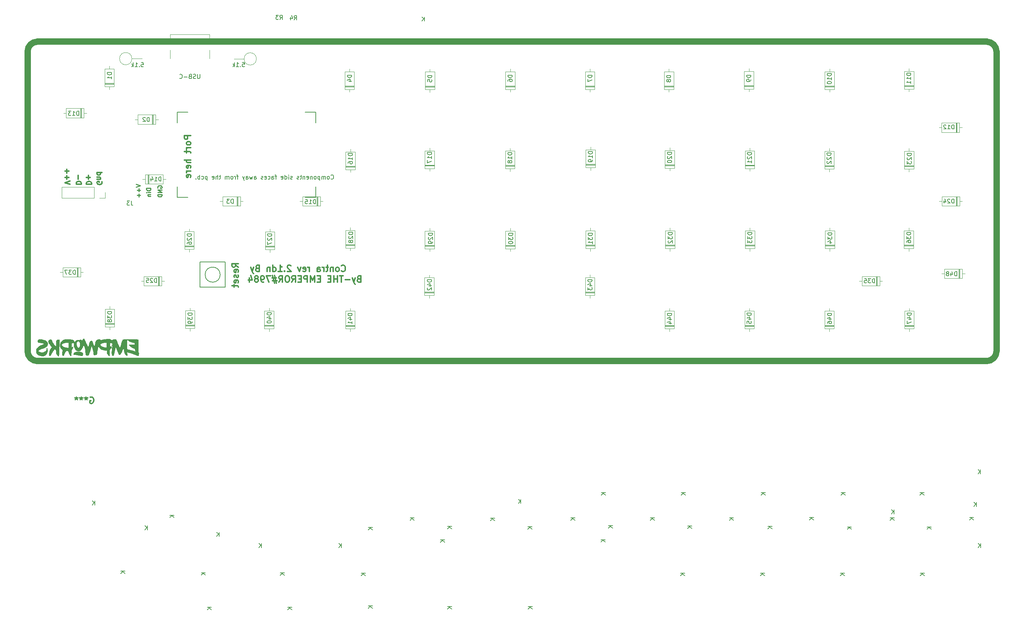
<source format=gbr>
%TF.GenerationSoftware,KiCad,Pcbnew,(6.0.6)*%
%TF.CreationDate,2023-05-08T18:03:42+05:30*%
%TF.ProjectId,Contra,436f6e74-7261-42e6-9b69-6361645f7063,rev?*%
%TF.SameCoordinates,Original*%
%TF.FileFunction,Legend,Bot*%
%TF.FilePolarity,Positive*%
%FSLAX46Y46*%
G04 Gerber Fmt 4.6, Leading zero omitted, Abs format (unit mm)*
G04 Created by KiCad (PCBNEW (6.0.6)) date 2023-05-08 18:03:42*
%MOMM*%
%LPD*%
G01*
G04 APERTURE LIST*
%ADD10C,0.300000*%
%ADD11C,1.500000*%
%ADD12C,0.250000*%
%ADD13C,0.200000*%
%ADD14C,0.150000*%
%ADD15C,0.120000*%
G04 APERTURE END LIST*
D10*
X102269628Y-83286914D02*
X102341057Y-83358342D01*
X102555342Y-83429771D01*
X102698200Y-83429771D01*
X102912485Y-83358342D01*
X103055342Y-83215485D01*
X103126771Y-83072628D01*
X103198200Y-82786914D01*
X103198200Y-82572628D01*
X103126771Y-82286914D01*
X103055342Y-82144057D01*
X102912485Y-82001200D01*
X102698200Y-81929771D01*
X102555342Y-81929771D01*
X102341057Y-82001200D01*
X102269628Y-82072628D01*
X101412485Y-83429771D02*
X101555342Y-83358342D01*
X101626771Y-83286914D01*
X101698200Y-83144057D01*
X101698200Y-82715485D01*
X101626771Y-82572628D01*
X101555342Y-82501200D01*
X101412485Y-82429771D01*
X101198200Y-82429771D01*
X101055342Y-82501200D01*
X100983914Y-82572628D01*
X100912485Y-82715485D01*
X100912485Y-83144057D01*
X100983914Y-83286914D01*
X101055342Y-83358342D01*
X101198200Y-83429771D01*
X101412485Y-83429771D01*
X100269628Y-82429771D02*
X100269628Y-83429771D01*
X100269628Y-82572628D02*
X100198200Y-82501200D01*
X100055342Y-82429771D01*
X99841057Y-82429771D01*
X99698200Y-82501200D01*
X99626771Y-82644057D01*
X99626771Y-83429771D01*
X99126771Y-82429771D02*
X98555342Y-82429771D01*
X98912485Y-81929771D02*
X98912485Y-83215485D01*
X98841057Y-83358342D01*
X98698200Y-83429771D01*
X98555342Y-83429771D01*
X98055342Y-83429771D02*
X98055342Y-82429771D01*
X98055342Y-82715485D02*
X97983914Y-82572628D01*
X97912485Y-82501200D01*
X97769628Y-82429771D01*
X97626771Y-82429771D01*
X96483914Y-83429771D02*
X96483914Y-82644057D01*
X96555342Y-82501200D01*
X96698200Y-82429771D01*
X96983914Y-82429771D01*
X97126771Y-82501200D01*
X96483914Y-83358342D02*
X96626771Y-83429771D01*
X96983914Y-83429771D01*
X97126771Y-83358342D01*
X97198200Y-83215485D01*
X97198200Y-83072628D01*
X97126771Y-82929771D01*
X96983914Y-82858342D01*
X96626771Y-82858342D01*
X96483914Y-82786914D01*
X94626771Y-83429771D02*
X94626771Y-82429771D01*
X94626771Y-82715485D02*
X94555342Y-82572628D01*
X94483914Y-82501200D01*
X94341057Y-82429771D01*
X94198200Y-82429771D01*
X93126771Y-83358342D02*
X93269628Y-83429771D01*
X93555342Y-83429771D01*
X93698200Y-83358342D01*
X93769628Y-83215485D01*
X93769628Y-82644057D01*
X93698200Y-82501200D01*
X93555342Y-82429771D01*
X93269628Y-82429771D01*
X93126771Y-82501200D01*
X93055342Y-82644057D01*
X93055342Y-82786914D01*
X93769628Y-82929771D01*
X92555342Y-82429771D02*
X92198200Y-83429771D01*
X91841057Y-82429771D01*
X90198200Y-82072628D02*
X90126771Y-82001200D01*
X89983914Y-81929771D01*
X89626771Y-81929771D01*
X89483914Y-82001200D01*
X89412485Y-82072628D01*
X89341057Y-82215485D01*
X89341057Y-82358342D01*
X89412485Y-82572628D01*
X90269628Y-83429771D01*
X89341057Y-83429771D01*
X88698200Y-83286914D02*
X88626771Y-83358342D01*
X88698200Y-83429771D01*
X88769628Y-83358342D01*
X88698200Y-83286914D01*
X88698200Y-83429771D01*
X87198200Y-83429771D02*
X88055342Y-83429771D01*
X87626771Y-83429771D02*
X87626771Y-81929771D01*
X87769628Y-82144057D01*
X87912485Y-82286914D01*
X88055342Y-82358342D01*
X85912485Y-83429771D02*
X85912485Y-81929771D01*
X85912485Y-83358342D02*
X86055342Y-83429771D01*
X86341057Y-83429771D01*
X86483914Y-83358342D01*
X86555342Y-83286914D01*
X86626771Y-83144057D01*
X86626771Y-82715485D01*
X86555342Y-82572628D01*
X86483914Y-82501200D01*
X86341057Y-82429771D01*
X86055342Y-82429771D01*
X85912485Y-82501200D01*
X85198200Y-82429771D02*
X85198200Y-83429771D01*
X85198200Y-82572628D02*
X85126771Y-82501200D01*
X84983914Y-82429771D01*
X84769628Y-82429771D01*
X84626771Y-82501200D01*
X84555342Y-82644057D01*
X84555342Y-83429771D01*
X82198200Y-82644057D02*
X81983914Y-82715485D01*
X81912485Y-82786914D01*
X81841057Y-82929771D01*
X81841057Y-83144057D01*
X81912485Y-83286914D01*
X81983914Y-83358342D01*
X82126771Y-83429771D01*
X82698200Y-83429771D01*
X82698200Y-81929771D01*
X82198200Y-81929771D01*
X82055342Y-82001200D01*
X81983914Y-82072628D01*
X81912485Y-82215485D01*
X81912485Y-82358342D01*
X81983914Y-82501200D01*
X82055342Y-82572628D01*
X82198200Y-82644057D01*
X82698200Y-82644057D01*
X81341057Y-82429771D02*
X80983914Y-83429771D01*
X80626771Y-82429771D02*
X80983914Y-83429771D01*
X81126771Y-83786914D01*
X81198200Y-83858342D01*
X81341057Y-83929771D01*
X106416057Y-85171557D02*
X106201771Y-85242985D01*
X106130342Y-85314414D01*
X106058914Y-85457271D01*
X106058914Y-85671557D01*
X106130342Y-85814414D01*
X106201771Y-85885842D01*
X106344628Y-85957271D01*
X106916057Y-85957271D01*
X106916057Y-84457271D01*
X106416057Y-84457271D01*
X106273200Y-84528700D01*
X106201771Y-84600128D01*
X106130342Y-84742985D01*
X106130342Y-84885842D01*
X106201771Y-85028700D01*
X106273200Y-85100128D01*
X106416057Y-85171557D01*
X106916057Y-85171557D01*
X105558914Y-84957271D02*
X105201771Y-85957271D01*
X104844628Y-84957271D02*
X105201771Y-85957271D01*
X105344628Y-86314414D01*
X105416057Y-86385842D01*
X105558914Y-86457271D01*
X104273200Y-85385842D02*
X103130342Y-85385842D01*
X102630342Y-84457271D02*
X101773200Y-84457271D01*
X102201771Y-85957271D02*
X102201771Y-84457271D01*
X101273200Y-85957271D02*
X101273200Y-84457271D01*
X101273200Y-85171557D02*
X100416057Y-85171557D01*
X100416057Y-85957271D02*
X100416057Y-84457271D01*
X99701771Y-85171557D02*
X99201771Y-85171557D01*
X98987485Y-85957271D02*
X99701771Y-85957271D01*
X99701771Y-84457271D01*
X98987485Y-84457271D01*
X97201771Y-85171557D02*
X96701771Y-85171557D01*
X96487485Y-85957271D02*
X97201771Y-85957271D01*
X97201771Y-84457271D01*
X96487485Y-84457271D01*
X95844628Y-85957271D02*
X95844628Y-84457271D01*
X95344628Y-85528700D01*
X94844628Y-84457271D01*
X94844628Y-85957271D01*
X94130342Y-85957271D02*
X94130342Y-84457271D01*
X93558914Y-84457271D01*
X93416057Y-84528700D01*
X93344628Y-84600128D01*
X93273200Y-84742985D01*
X93273200Y-84957271D01*
X93344628Y-85100128D01*
X93416057Y-85171557D01*
X93558914Y-85242985D01*
X94130342Y-85242985D01*
X92630342Y-85171557D02*
X92130342Y-85171557D01*
X91916057Y-85957271D02*
X92630342Y-85957271D01*
X92630342Y-84457271D01*
X91916057Y-84457271D01*
X90416057Y-85957271D02*
X90916057Y-85242985D01*
X91273200Y-85957271D02*
X91273200Y-84457271D01*
X90701771Y-84457271D01*
X90558914Y-84528700D01*
X90487485Y-84600128D01*
X90416057Y-84742985D01*
X90416057Y-84957271D01*
X90487485Y-85100128D01*
X90558914Y-85171557D01*
X90701771Y-85242985D01*
X91273200Y-85242985D01*
X89487485Y-84457271D02*
X89201771Y-84457271D01*
X89058914Y-84528700D01*
X88916057Y-84671557D01*
X88844628Y-84957271D01*
X88844628Y-85457271D01*
X88916057Y-85742985D01*
X89058914Y-85885842D01*
X89201771Y-85957271D01*
X89487485Y-85957271D01*
X89630342Y-85885842D01*
X89773200Y-85742985D01*
X89844628Y-85457271D01*
X89844628Y-84957271D01*
X89773200Y-84671557D01*
X89630342Y-84528700D01*
X89487485Y-84457271D01*
X87344628Y-85957271D02*
X87844628Y-85242985D01*
X88201771Y-85957271D02*
X88201771Y-84457271D01*
X87630342Y-84457271D01*
X87487485Y-84528700D01*
X87416057Y-84600128D01*
X87344628Y-84742985D01*
X87344628Y-84957271D01*
X87416057Y-85100128D01*
X87487485Y-85171557D01*
X87630342Y-85242985D01*
X88201771Y-85242985D01*
X86773200Y-84957271D02*
X85701771Y-84957271D01*
X86344628Y-84314414D02*
X86773200Y-86242985D01*
X85844628Y-85600128D02*
X86916057Y-85600128D01*
X86273200Y-86242985D02*
X85844628Y-84314414D01*
X85344628Y-84457271D02*
X84344628Y-84457271D01*
X84987485Y-85957271D01*
X83701771Y-85957271D02*
X83416057Y-85957271D01*
X83273200Y-85885842D01*
X83201771Y-85814414D01*
X83058914Y-85600128D01*
X82987485Y-85314414D01*
X82987485Y-84742985D01*
X83058914Y-84600128D01*
X83130342Y-84528700D01*
X83273200Y-84457271D01*
X83558914Y-84457271D01*
X83701771Y-84528700D01*
X83773200Y-84600128D01*
X83844628Y-84742985D01*
X83844628Y-85100128D01*
X83773200Y-85242985D01*
X83701771Y-85314414D01*
X83558914Y-85385842D01*
X83273200Y-85385842D01*
X83130342Y-85314414D01*
X83058914Y-85242985D01*
X82987485Y-85100128D01*
X82130342Y-85100128D02*
X82273200Y-85028700D01*
X82344628Y-84957271D01*
X82416057Y-84814414D01*
X82416057Y-84742985D01*
X82344628Y-84600128D01*
X82273200Y-84528700D01*
X82130342Y-84457271D01*
X81844628Y-84457271D01*
X81701771Y-84528700D01*
X81630342Y-84600128D01*
X81558914Y-84742985D01*
X81558914Y-84814414D01*
X81630342Y-84957271D01*
X81701771Y-85028700D01*
X81844628Y-85100128D01*
X82130342Y-85100128D01*
X82273200Y-85171557D01*
X82344628Y-85242985D01*
X82416057Y-85385842D01*
X82416057Y-85671557D01*
X82344628Y-85814414D01*
X82273200Y-85885842D01*
X82130342Y-85957271D01*
X81844628Y-85957271D01*
X81701771Y-85885842D01*
X81630342Y-85814414D01*
X81558914Y-85671557D01*
X81558914Y-85385842D01*
X81630342Y-85242985D01*
X81701771Y-85171557D01*
X81844628Y-85100128D01*
X80273200Y-84957271D02*
X80273200Y-85957271D01*
X80630342Y-84385842D02*
X80987485Y-85457271D01*
X80058914Y-85457271D01*
D11*
X258408200Y-30971200D02*
X258408200Y-102408700D01*
X29808200Y-28589950D02*
X256026950Y-28589950D01*
X27426950Y-102408700D02*
G75*
G03*
X29808200Y-104789950I2381250J0D01*
G01*
X256026950Y-104790000D02*
G75*
G03*
X258408200Y-102408700I-50J2381300D01*
G01*
X29808200Y-28589950D02*
G75*
G03*
X27426950Y-30971200I0J-2381250D01*
G01*
X258408150Y-30971200D02*
G75*
G03*
X256026950Y-28589950I-2381250J0D01*
G01*
X27426950Y-102408700D02*
X27426950Y-30971200D01*
X256026950Y-104789950D02*
X29808200Y-104789950D01*
D10*
X45138200Y-62002628D02*
X45195342Y-62116914D01*
X45195342Y-62288342D01*
X45138200Y-62459771D01*
X45023914Y-62574057D01*
X44909628Y-62631200D01*
X44681057Y-62688342D01*
X44509628Y-62688342D01*
X44281057Y-62631200D01*
X44166771Y-62574057D01*
X44052485Y-62459771D01*
X43995342Y-62288342D01*
X43995342Y-62174057D01*
X44052485Y-62002628D01*
X44109628Y-61945485D01*
X44509628Y-61945485D01*
X44509628Y-62174057D01*
X44795342Y-61431200D02*
X43995342Y-61431200D01*
X44681057Y-61431200D02*
X44738200Y-61374057D01*
X44795342Y-61259771D01*
X44795342Y-61088342D01*
X44738200Y-60974057D01*
X44623914Y-60916914D01*
X43995342Y-60916914D01*
X43995342Y-59831200D02*
X45195342Y-59831200D01*
X44052485Y-59831200D02*
X43995342Y-59945485D01*
X43995342Y-60174057D01*
X44052485Y-60288342D01*
X44109628Y-60345485D01*
X44223914Y-60402628D01*
X44566771Y-60402628D01*
X44681057Y-60345485D01*
X44738200Y-60288342D01*
X44795342Y-60174057D01*
X44795342Y-59945485D01*
X44738200Y-59831200D01*
X39045342Y-62598342D02*
X40245342Y-62598342D01*
X40245342Y-62312628D01*
X40188200Y-62141200D01*
X40073914Y-62026914D01*
X39959628Y-61969771D01*
X39731057Y-61912628D01*
X39559628Y-61912628D01*
X39331057Y-61969771D01*
X39216771Y-62026914D01*
X39102485Y-62141200D01*
X39045342Y-62312628D01*
X39045342Y-62598342D01*
X39502485Y-61398342D02*
X39502485Y-60484057D01*
D12*
X58498200Y-63499295D02*
X58450580Y-63404057D01*
X58450580Y-63261200D01*
X58498200Y-63118342D01*
X58593438Y-63023104D01*
X58688676Y-62975485D01*
X58879152Y-62927866D01*
X59022009Y-62927866D01*
X59212485Y-62975485D01*
X59307723Y-63023104D01*
X59402961Y-63118342D01*
X59450580Y-63261200D01*
X59450580Y-63356438D01*
X59402961Y-63499295D01*
X59355342Y-63546914D01*
X59022009Y-63546914D01*
X59022009Y-63356438D01*
X59450580Y-63975485D02*
X58450580Y-63975485D01*
X59450580Y-64546914D01*
X58450580Y-64546914D01*
X59450580Y-65023104D02*
X58450580Y-65023104D01*
X58450580Y-65261200D01*
X58498200Y-65404057D01*
X58593438Y-65499295D01*
X58688676Y-65546914D01*
X58879152Y-65594533D01*
X59022009Y-65594533D01*
X59212485Y-65546914D01*
X59307723Y-65499295D01*
X59402961Y-65404057D01*
X59450580Y-65261200D01*
X59450580Y-65023104D01*
X53320580Y-62629771D02*
X54320580Y-62963104D01*
X53320580Y-63296438D01*
X53939628Y-63629771D02*
X53939628Y-64391676D01*
X54320580Y-64010723D02*
X53558676Y-64010723D01*
X53939628Y-64867866D02*
X53939628Y-65629771D01*
X54320580Y-65248819D02*
X53558676Y-65248819D01*
D13*
X99767723Y-61278342D02*
X99815342Y-61325961D01*
X99958200Y-61373580D01*
X100053438Y-61373580D01*
X100196295Y-61325961D01*
X100291533Y-61230723D01*
X100339152Y-61135485D01*
X100386771Y-60945009D01*
X100386771Y-60802152D01*
X100339152Y-60611676D01*
X100291533Y-60516438D01*
X100196295Y-60421200D01*
X100053438Y-60373580D01*
X99958200Y-60373580D01*
X99815342Y-60421200D01*
X99767723Y-60468819D01*
X99196295Y-61373580D02*
X99291533Y-61325961D01*
X99339152Y-61278342D01*
X99386771Y-61183104D01*
X99386771Y-60897390D01*
X99339152Y-60802152D01*
X99291533Y-60754533D01*
X99196295Y-60706914D01*
X99053438Y-60706914D01*
X98958200Y-60754533D01*
X98910580Y-60802152D01*
X98862961Y-60897390D01*
X98862961Y-61183104D01*
X98910580Y-61278342D01*
X98958200Y-61325961D01*
X99053438Y-61373580D01*
X99196295Y-61373580D01*
X98434390Y-61373580D02*
X98434390Y-60706914D01*
X98434390Y-60802152D02*
X98386771Y-60754533D01*
X98291533Y-60706914D01*
X98148676Y-60706914D01*
X98053438Y-60754533D01*
X98005819Y-60849771D01*
X98005819Y-61373580D01*
X98005819Y-60849771D02*
X97958200Y-60754533D01*
X97862961Y-60706914D01*
X97720104Y-60706914D01*
X97624866Y-60754533D01*
X97577247Y-60849771D01*
X97577247Y-61373580D01*
X97101057Y-60706914D02*
X97101057Y-61706914D01*
X97101057Y-60754533D02*
X97005819Y-60706914D01*
X96815342Y-60706914D01*
X96720104Y-60754533D01*
X96672485Y-60802152D01*
X96624866Y-60897390D01*
X96624866Y-61183104D01*
X96672485Y-61278342D01*
X96720104Y-61325961D01*
X96815342Y-61373580D01*
X97005819Y-61373580D01*
X97101057Y-61325961D01*
X96053438Y-61373580D02*
X96148676Y-61325961D01*
X96196295Y-61278342D01*
X96243914Y-61183104D01*
X96243914Y-60897390D01*
X96196295Y-60802152D01*
X96148676Y-60754533D01*
X96053438Y-60706914D01*
X95910580Y-60706914D01*
X95815342Y-60754533D01*
X95767723Y-60802152D01*
X95720104Y-60897390D01*
X95720104Y-61183104D01*
X95767723Y-61278342D01*
X95815342Y-61325961D01*
X95910580Y-61373580D01*
X96053438Y-61373580D01*
X95291533Y-60706914D02*
X95291533Y-61373580D01*
X95291533Y-60802152D02*
X95243914Y-60754533D01*
X95148676Y-60706914D01*
X95005819Y-60706914D01*
X94910580Y-60754533D01*
X94862961Y-60849771D01*
X94862961Y-61373580D01*
X94005819Y-61325961D02*
X94101057Y-61373580D01*
X94291533Y-61373580D01*
X94386771Y-61325961D01*
X94434390Y-61230723D01*
X94434390Y-60849771D01*
X94386771Y-60754533D01*
X94291533Y-60706914D01*
X94101057Y-60706914D01*
X94005819Y-60754533D01*
X93958200Y-60849771D01*
X93958200Y-60945009D01*
X94434390Y-61040247D01*
X93529628Y-60706914D02*
X93529628Y-61373580D01*
X93529628Y-60802152D02*
X93482009Y-60754533D01*
X93386771Y-60706914D01*
X93243914Y-60706914D01*
X93148676Y-60754533D01*
X93101057Y-60849771D01*
X93101057Y-61373580D01*
X92767723Y-60706914D02*
X92386771Y-60706914D01*
X92624866Y-60373580D02*
X92624866Y-61230723D01*
X92577247Y-61325961D01*
X92482009Y-61373580D01*
X92386771Y-61373580D01*
X92101057Y-61325961D02*
X92005819Y-61373580D01*
X91815342Y-61373580D01*
X91720104Y-61325961D01*
X91672485Y-61230723D01*
X91672485Y-61183104D01*
X91720104Y-61087866D01*
X91815342Y-61040247D01*
X91958200Y-61040247D01*
X92053438Y-60992628D01*
X92101057Y-60897390D01*
X92101057Y-60849771D01*
X92053438Y-60754533D01*
X91958200Y-60706914D01*
X91815342Y-60706914D01*
X91720104Y-60754533D01*
X90529628Y-61325961D02*
X90434390Y-61373580D01*
X90243914Y-61373580D01*
X90148676Y-61325961D01*
X90101057Y-61230723D01*
X90101057Y-61183104D01*
X90148676Y-61087866D01*
X90243914Y-61040247D01*
X90386771Y-61040247D01*
X90482009Y-60992628D01*
X90529628Y-60897390D01*
X90529628Y-60849771D01*
X90482009Y-60754533D01*
X90386771Y-60706914D01*
X90243914Y-60706914D01*
X90148676Y-60754533D01*
X89672485Y-61373580D02*
X89672485Y-60706914D01*
X89672485Y-60373580D02*
X89720104Y-60421200D01*
X89672485Y-60468819D01*
X89624866Y-60421200D01*
X89672485Y-60373580D01*
X89672485Y-60468819D01*
X88767723Y-61373580D02*
X88767723Y-60373580D01*
X88767723Y-61325961D02*
X88862961Y-61373580D01*
X89053438Y-61373580D01*
X89148676Y-61325961D01*
X89196295Y-61278342D01*
X89243914Y-61183104D01*
X89243914Y-60897390D01*
X89196295Y-60802152D01*
X89148676Y-60754533D01*
X89053438Y-60706914D01*
X88862961Y-60706914D01*
X88767723Y-60754533D01*
X87910580Y-61325961D02*
X88005819Y-61373580D01*
X88196295Y-61373580D01*
X88291533Y-61325961D01*
X88339152Y-61230723D01*
X88339152Y-60849771D01*
X88291533Y-60754533D01*
X88196295Y-60706914D01*
X88005819Y-60706914D01*
X87910580Y-60754533D01*
X87862961Y-60849771D01*
X87862961Y-60945009D01*
X88339152Y-61040247D01*
X86815342Y-60706914D02*
X86434390Y-60706914D01*
X86672485Y-61373580D02*
X86672485Y-60516438D01*
X86624866Y-60421200D01*
X86529628Y-60373580D01*
X86434390Y-60373580D01*
X85672485Y-61373580D02*
X85672485Y-60849771D01*
X85720104Y-60754533D01*
X85815342Y-60706914D01*
X86005819Y-60706914D01*
X86101057Y-60754533D01*
X85672485Y-61325961D02*
X85767723Y-61373580D01*
X86005819Y-61373580D01*
X86101057Y-61325961D01*
X86148676Y-61230723D01*
X86148676Y-61135485D01*
X86101057Y-61040247D01*
X86005819Y-60992628D01*
X85767723Y-60992628D01*
X85672485Y-60945009D01*
X84767723Y-61325961D02*
X84862961Y-61373580D01*
X85053438Y-61373580D01*
X85148676Y-61325961D01*
X85196295Y-61278342D01*
X85243914Y-61183104D01*
X85243914Y-60897390D01*
X85196295Y-60802152D01*
X85148676Y-60754533D01*
X85053438Y-60706914D01*
X84862961Y-60706914D01*
X84767723Y-60754533D01*
X83958200Y-61325961D02*
X84053438Y-61373580D01*
X84243914Y-61373580D01*
X84339152Y-61325961D01*
X84386771Y-61230723D01*
X84386771Y-60849771D01*
X84339152Y-60754533D01*
X84243914Y-60706914D01*
X84053438Y-60706914D01*
X83958200Y-60754533D01*
X83910580Y-60849771D01*
X83910580Y-60945009D01*
X84386771Y-61040247D01*
X83529628Y-61325961D02*
X83434390Y-61373580D01*
X83243914Y-61373580D01*
X83148676Y-61325961D01*
X83101057Y-61230723D01*
X83101057Y-61183104D01*
X83148676Y-61087866D01*
X83243914Y-61040247D01*
X83386771Y-61040247D01*
X83482009Y-60992628D01*
X83529628Y-60897390D01*
X83529628Y-60849771D01*
X83482009Y-60754533D01*
X83386771Y-60706914D01*
X83243914Y-60706914D01*
X83148676Y-60754533D01*
X81482009Y-61373580D02*
X81482009Y-60849771D01*
X81529628Y-60754533D01*
X81624866Y-60706914D01*
X81815342Y-60706914D01*
X81910580Y-60754533D01*
X81482009Y-61325961D02*
X81577247Y-61373580D01*
X81815342Y-61373580D01*
X81910580Y-61325961D01*
X81958200Y-61230723D01*
X81958200Y-61135485D01*
X81910580Y-61040247D01*
X81815342Y-60992628D01*
X81577247Y-60992628D01*
X81482009Y-60945009D01*
X81101057Y-60706914D02*
X80910580Y-61373580D01*
X80720104Y-60897390D01*
X80529628Y-61373580D01*
X80339152Y-60706914D01*
X79529628Y-61373580D02*
X79529628Y-60849771D01*
X79577247Y-60754533D01*
X79672485Y-60706914D01*
X79862961Y-60706914D01*
X79958200Y-60754533D01*
X79529628Y-61325961D02*
X79624866Y-61373580D01*
X79862961Y-61373580D01*
X79958200Y-61325961D01*
X80005819Y-61230723D01*
X80005819Y-61135485D01*
X79958200Y-61040247D01*
X79862961Y-60992628D01*
X79624866Y-60992628D01*
X79529628Y-60945009D01*
X79148676Y-60706914D02*
X78910580Y-61373580D01*
X78672485Y-60706914D02*
X78910580Y-61373580D01*
X79005819Y-61611676D01*
X79053438Y-61659295D01*
X79148676Y-61706914D01*
X77672485Y-60706914D02*
X77291533Y-60706914D01*
X77529628Y-61373580D02*
X77529628Y-60516438D01*
X77482009Y-60421200D01*
X77386771Y-60373580D01*
X77291533Y-60373580D01*
X76958200Y-61373580D02*
X76958200Y-60706914D01*
X76958200Y-60897390D02*
X76910580Y-60802152D01*
X76862961Y-60754533D01*
X76767723Y-60706914D01*
X76672485Y-60706914D01*
X76196295Y-61373580D02*
X76291533Y-61325961D01*
X76339152Y-61278342D01*
X76386771Y-61183104D01*
X76386771Y-60897390D01*
X76339152Y-60802152D01*
X76291533Y-60754533D01*
X76196295Y-60706914D01*
X76053438Y-60706914D01*
X75958200Y-60754533D01*
X75910580Y-60802152D01*
X75862961Y-60897390D01*
X75862961Y-61183104D01*
X75910580Y-61278342D01*
X75958200Y-61325961D01*
X76053438Y-61373580D01*
X76196295Y-61373580D01*
X75434390Y-61373580D02*
X75434390Y-60706914D01*
X75434390Y-60802152D02*
X75386771Y-60754533D01*
X75291533Y-60706914D01*
X75148676Y-60706914D01*
X75053438Y-60754533D01*
X75005819Y-60849771D01*
X75005819Y-61373580D01*
X75005819Y-60849771D02*
X74958200Y-60754533D01*
X74862961Y-60706914D01*
X74720104Y-60706914D01*
X74624866Y-60754533D01*
X74577247Y-60849771D01*
X74577247Y-61373580D01*
X73482009Y-60706914D02*
X73101057Y-60706914D01*
X73339152Y-60373580D02*
X73339152Y-61230723D01*
X73291533Y-61325961D01*
X73196295Y-61373580D01*
X73101057Y-61373580D01*
X72767723Y-61373580D02*
X72767723Y-60373580D01*
X72339152Y-61373580D02*
X72339152Y-60849771D01*
X72386771Y-60754533D01*
X72482009Y-60706914D01*
X72624866Y-60706914D01*
X72720104Y-60754533D01*
X72767723Y-60802152D01*
X71482009Y-61325961D02*
X71577247Y-61373580D01*
X71767723Y-61373580D01*
X71862961Y-61325961D01*
X71910580Y-61230723D01*
X71910580Y-60849771D01*
X71862961Y-60754533D01*
X71767723Y-60706914D01*
X71577247Y-60706914D01*
X71482009Y-60754533D01*
X71434390Y-60849771D01*
X71434390Y-60945009D01*
X71910580Y-61040247D01*
X70243914Y-60706914D02*
X70243914Y-61706914D01*
X70243914Y-60754533D02*
X70148676Y-60706914D01*
X69958200Y-60706914D01*
X69862961Y-60754533D01*
X69815342Y-60802152D01*
X69767723Y-60897390D01*
X69767723Y-61183104D01*
X69815342Y-61278342D01*
X69862961Y-61325961D01*
X69958200Y-61373580D01*
X70148676Y-61373580D01*
X70243914Y-61325961D01*
X68910580Y-61325961D02*
X69005819Y-61373580D01*
X69196295Y-61373580D01*
X69291533Y-61325961D01*
X69339152Y-61278342D01*
X69386771Y-61183104D01*
X69386771Y-60897390D01*
X69339152Y-60802152D01*
X69291533Y-60754533D01*
X69196295Y-60706914D01*
X69005819Y-60706914D01*
X68910580Y-60754533D01*
X68482009Y-61373580D02*
X68482009Y-60373580D01*
X68482009Y-60754533D02*
X68386771Y-60706914D01*
X68196295Y-60706914D01*
X68101057Y-60754533D01*
X68053438Y-60802152D01*
X68005819Y-60897390D01*
X68005819Y-61183104D01*
X68053438Y-61278342D01*
X68101057Y-61325961D01*
X68196295Y-61373580D01*
X68386771Y-61373580D01*
X68482009Y-61325961D01*
X67577247Y-61278342D02*
X67529628Y-61325961D01*
X67577247Y-61373580D01*
X67624866Y-61325961D01*
X67577247Y-61278342D01*
X67577247Y-61373580D01*
D12*
X56770580Y-63568819D02*
X55770580Y-63568819D01*
X55770580Y-63806914D01*
X55818200Y-63949771D01*
X55913438Y-64045009D01*
X56008676Y-64092628D01*
X56199152Y-64140247D01*
X56342009Y-64140247D01*
X56532485Y-64092628D01*
X56627723Y-64045009D01*
X56722961Y-63949771D01*
X56770580Y-63806914D01*
X56770580Y-63568819D01*
X56770580Y-64568819D02*
X56103914Y-64568819D01*
X55770580Y-64568819D02*
X55818200Y-64521200D01*
X55865819Y-64568819D01*
X55818200Y-64616438D01*
X55770580Y-64568819D01*
X55865819Y-64568819D01*
X56103914Y-65045009D02*
X56770580Y-65045009D01*
X56199152Y-65045009D02*
X56151533Y-65092628D01*
X56103914Y-65187866D01*
X56103914Y-65330723D01*
X56151533Y-65425961D01*
X56246771Y-65473580D01*
X56770580Y-65473580D01*
D10*
X41475342Y-62628342D02*
X42675342Y-62628342D01*
X42675342Y-62342628D01*
X42618200Y-62171200D01*
X42503914Y-62056914D01*
X42389628Y-61999771D01*
X42161057Y-61942628D01*
X41989628Y-61942628D01*
X41761057Y-61999771D01*
X41646771Y-62056914D01*
X41532485Y-62171200D01*
X41475342Y-62342628D01*
X41475342Y-62628342D01*
X41932485Y-61428342D02*
X41932485Y-60514057D01*
X41475342Y-60971200D02*
X42389628Y-60971200D01*
X77686771Y-82384057D02*
X76972485Y-81884057D01*
X77686771Y-81526914D02*
X76186771Y-81526914D01*
X76186771Y-82098342D01*
X76258200Y-82241200D01*
X76329628Y-82312628D01*
X76472485Y-82384057D01*
X76686771Y-82384057D01*
X76829628Y-82312628D01*
X76901057Y-82241200D01*
X76972485Y-82098342D01*
X76972485Y-81526914D01*
X77615342Y-83598342D02*
X77686771Y-83455485D01*
X77686771Y-83169771D01*
X77615342Y-83026914D01*
X77472485Y-82955485D01*
X76901057Y-82955485D01*
X76758200Y-83026914D01*
X76686771Y-83169771D01*
X76686771Y-83455485D01*
X76758200Y-83598342D01*
X76901057Y-83669771D01*
X77043914Y-83669771D01*
X77186771Y-82955485D01*
X77615342Y-84241200D02*
X77686771Y-84384057D01*
X77686771Y-84669771D01*
X77615342Y-84812628D01*
X77472485Y-84884057D01*
X77401057Y-84884057D01*
X77258200Y-84812628D01*
X77186771Y-84669771D01*
X77186771Y-84455485D01*
X77115342Y-84312628D01*
X76972485Y-84241200D01*
X76901057Y-84241200D01*
X76758200Y-84312628D01*
X76686771Y-84455485D01*
X76686771Y-84669771D01*
X76758200Y-84812628D01*
X77615342Y-86098342D02*
X77686771Y-85955485D01*
X77686771Y-85669771D01*
X77615342Y-85526914D01*
X77472485Y-85455485D01*
X76901057Y-85455485D01*
X76758200Y-85526914D01*
X76686771Y-85669771D01*
X76686771Y-85955485D01*
X76758200Y-86098342D01*
X76901057Y-86169771D01*
X77043914Y-86169771D01*
X77186771Y-85455485D01*
X76686771Y-86598342D02*
X76686771Y-87169771D01*
X76186771Y-86812628D02*
X77472485Y-86812628D01*
X77615342Y-86884057D01*
X77686771Y-87026914D01*
X77686771Y-87169771D01*
X66312171Y-51017314D02*
X64812171Y-51017314D01*
X64812171Y-51588742D01*
X64883600Y-51731600D01*
X64955028Y-51803028D01*
X65097885Y-51874457D01*
X65312171Y-51874457D01*
X65455028Y-51803028D01*
X65526457Y-51731600D01*
X65597885Y-51588742D01*
X65597885Y-51017314D01*
X66312171Y-52731600D02*
X66240742Y-52588742D01*
X66169314Y-52517314D01*
X66026457Y-52445885D01*
X65597885Y-52445885D01*
X65455028Y-52517314D01*
X65383600Y-52588742D01*
X65312171Y-52731600D01*
X65312171Y-52945885D01*
X65383600Y-53088742D01*
X65455028Y-53160171D01*
X65597885Y-53231600D01*
X66026457Y-53231600D01*
X66169314Y-53160171D01*
X66240742Y-53088742D01*
X66312171Y-52945885D01*
X66312171Y-52731600D01*
X66312171Y-53874457D02*
X65312171Y-53874457D01*
X65597885Y-53874457D02*
X65455028Y-53945885D01*
X65383600Y-54017314D01*
X65312171Y-54160171D01*
X65312171Y-54303028D01*
X65312171Y-54588742D02*
X65312171Y-55160171D01*
X64812171Y-54803028D02*
X66097885Y-54803028D01*
X66240742Y-54874457D01*
X66312171Y-55017314D01*
X66312171Y-55160171D01*
X66312171Y-56803028D02*
X64812171Y-56803028D01*
X66312171Y-57445885D02*
X65526457Y-57445885D01*
X65383600Y-57374457D01*
X65312171Y-57231600D01*
X65312171Y-57017314D01*
X65383600Y-56874457D01*
X65455028Y-56803028D01*
X66240742Y-58731600D02*
X66312171Y-58588742D01*
X66312171Y-58303028D01*
X66240742Y-58160171D01*
X66097885Y-58088742D01*
X65526457Y-58088742D01*
X65383600Y-58160171D01*
X65312171Y-58303028D01*
X65312171Y-58588742D01*
X65383600Y-58731600D01*
X65526457Y-58803028D01*
X65669314Y-58803028D01*
X65812171Y-58088742D01*
X66312171Y-59445885D02*
X65312171Y-59445885D01*
X65597885Y-59445885D02*
X65455028Y-59517314D01*
X65383600Y-59588742D01*
X65312171Y-59731600D01*
X65312171Y-59874457D01*
X66240742Y-60945885D02*
X66312171Y-60803028D01*
X66312171Y-60517314D01*
X66240742Y-60374457D01*
X66097885Y-60303028D01*
X65526457Y-60303028D01*
X65383600Y-60374457D01*
X65312171Y-60517314D01*
X65312171Y-60803028D01*
X65383600Y-60945885D01*
X65526457Y-61017314D01*
X65669314Y-61017314D01*
X65812171Y-60303028D01*
X37565342Y-62636914D02*
X36365342Y-62236914D01*
X37565342Y-61836914D01*
X36822485Y-61436914D02*
X36822485Y-60522628D01*
X36365342Y-60979771D02*
X37279628Y-60979771D01*
X36822485Y-59951200D02*
X36822485Y-59036914D01*
X36365342Y-59494057D02*
X37279628Y-59494057D01*
D14*
%TO.C,J3*%
X52151533Y-66613580D02*
X52151533Y-67327866D01*
X52199152Y-67470723D01*
X52294390Y-67565961D01*
X52437247Y-67613580D01*
X52532485Y-67613580D01*
X51770580Y-66613580D02*
X51151533Y-66613580D01*
X51484866Y-66994533D01*
X51342009Y-66994533D01*
X51246771Y-67042152D01*
X51199152Y-67089771D01*
X51151533Y-67185009D01*
X51151533Y-67423104D01*
X51199152Y-67518342D01*
X51246771Y-67565961D01*
X51342009Y-67613580D01*
X51627723Y-67613580D01*
X51722961Y-67565961D01*
X51770580Y-67518342D01*
%TO.C,D1*%
X47470580Y-35953104D02*
X46470580Y-35953104D01*
X46470580Y-36191200D01*
X46518200Y-36334057D01*
X46613438Y-36429295D01*
X46708676Y-36476914D01*
X46899152Y-36524533D01*
X47042009Y-36524533D01*
X47232485Y-36476914D01*
X47327723Y-36429295D01*
X47422961Y-36334057D01*
X47470580Y-36191200D01*
X47470580Y-35953104D01*
X47470580Y-37476914D02*
X47470580Y-36905485D01*
X47470580Y-37191200D02*
X46470580Y-37191200D01*
X46613438Y-37095961D01*
X46708676Y-37000723D01*
X46756295Y-36905485D01*
X62375580Y-141564295D02*
X61375580Y-141564295D01*
X62375580Y-142135723D02*
X61804152Y-141707152D01*
X61375580Y-142135723D02*
X61947009Y-141564295D01*
%TO.C,D2*%
X56456295Y-47643580D02*
X56456295Y-46643580D01*
X56218200Y-46643580D01*
X56075342Y-46691200D01*
X55980104Y-46786438D01*
X55932485Y-46881676D01*
X55884866Y-47072152D01*
X55884866Y-47215009D01*
X55932485Y-47405485D01*
X55980104Y-47500723D01*
X56075342Y-47595961D01*
X56218200Y-47643580D01*
X56456295Y-47643580D01*
X55503914Y-46738819D02*
X55456295Y-46691200D01*
X55361057Y-46643580D01*
X55122961Y-46643580D01*
X55027723Y-46691200D01*
X54980104Y-46738819D01*
X54932485Y-46834057D01*
X54932485Y-46929295D01*
X54980104Y-47072152D01*
X55551533Y-47643580D01*
X54932485Y-47643580D01*
X73080104Y-146613580D02*
X73080104Y-145613580D01*
X72508676Y-146613580D02*
X72937247Y-146042152D01*
X72508676Y-145613580D02*
X73080104Y-146185009D01*
%TO.C,D3*%
X76456295Y-67143580D02*
X76456295Y-66143580D01*
X76218200Y-66143580D01*
X76075342Y-66191200D01*
X75980104Y-66286438D01*
X75932485Y-66381676D01*
X75884866Y-66572152D01*
X75884866Y-66715009D01*
X75932485Y-66905485D01*
X75980104Y-67000723D01*
X76075342Y-67095961D01*
X76218200Y-67143580D01*
X76456295Y-67143580D01*
X75551533Y-66143580D02*
X74932485Y-66143580D01*
X75265819Y-66524533D01*
X75122961Y-66524533D01*
X75027723Y-66572152D01*
X74980104Y-66619771D01*
X74932485Y-66715009D01*
X74932485Y-66953104D01*
X74980104Y-67048342D01*
X75027723Y-67095961D01*
X75122961Y-67143580D01*
X75408676Y-67143580D01*
X75503914Y-67095961D01*
X75551533Y-67048342D01*
X83150104Y-149293580D02*
X83150104Y-148293580D01*
X82578676Y-149293580D02*
X83007247Y-148722152D01*
X82578676Y-148293580D02*
X83150104Y-148865009D01*
%TO.C,D4*%
X104670580Y-36593104D02*
X103670580Y-36593104D01*
X103670580Y-36831200D01*
X103718200Y-36974057D01*
X103813438Y-37069295D01*
X103908676Y-37116914D01*
X104099152Y-37164533D01*
X104242009Y-37164533D01*
X104432485Y-37116914D01*
X104527723Y-37069295D01*
X104622961Y-36974057D01*
X104670580Y-36831200D01*
X104670580Y-36593104D01*
X104003914Y-38021676D02*
X104670580Y-38021676D01*
X103622961Y-37783580D02*
X104337247Y-37545485D01*
X104337247Y-38164533D01*
X119615580Y-142194295D02*
X118615580Y-142194295D01*
X119615580Y-142765723D02*
X119044152Y-142337152D01*
X118615580Y-142765723D02*
X119187009Y-142194295D01*
%TO.C,D5*%
X123820580Y-36653104D02*
X122820580Y-36653104D01*
X122820580Y-36891200D01*
X122868200Y-37034057D01*
X122963438Y-37129295D01*
X123058676Y-37176914D01*
X123249152Y-37224533D01*
X123392009Y-37224533D01*
X123582485Y-37176914D01*
X123677723Y-37129295D01*
X123772961Y-37034057D01*
X123820580Y-36891200D01*
X123820580Y-36653104D01*
X122820580Y-38129295D02*
X122820580Y-37653104D01*
X123296771Y-37605485D01*
X123249152Y-37653104D01*
X123201533Y-37748342D01*
X123201533Y-37986438D01*
X123249152Y-38081676D01*
X123296771Y-38129295D01*
X123392009Y-38176914D01*
X123630104Y-38176914D01*
X123725342Y-38129295D01*
X123772961Y-38081676D01*
X123820580Y-37986438D01*
X123820580Y-37748342D01*
X123772961Y-37653104D01*
X123725342Y-37605485D01*
X138765580Y-142254295D02*
X137765580Y-142254295D01*
X138765580Y-142825723D02*
X138194152Y-142397152D01*
X137765580Y-142825723D02*
X138337009Y-142254295D01*
%TO.C,D6*%
X142960580Y-36593104D02*
X141960580Y-36593104D01*
X141960580Y-36831200D01*
X142008200Y-36974057D01*
X142103438Y-37069295D01*
X142198676Y-37116914D01*
X142389152Y-37164533D01*
X142532009Y-37164533D01*
X142722485Y-37116914D01*
X142817723Y-37069295D01*
X142912961Y-36974057D01*
X142960580Y-36831200D01*
X142960580Y-36593104D01*
X141960580Y-38021676D02*
X141960580Y-37831200D01*
X142008200Y-37735961D01*
X142055819Y-37688342D01*
X142198676Y-37593104D01*
X142389152Y-37545485D01*
X142770104Y-37545485D01*
X142865342Y-37593104D01*
X142912961Y-37640723D01*
X142960580Y-37735961D01*
X142960580Y-37926438D01*
X142912961Y-38021676D01*
X142865342Y-38069295D01*
X142770104Y-38116914D01*
X142532009Y-38116914D01*
X142436771Y-38069295D01*
X142389152Y-38021676D01*
X142341533Y-37926438D01*
X142341533Y-37735961D01*
X142389152Y-37640723D01*
X142436771Y-37593104D01*
X142532009Y-37545485D01*
X157905580Y-142194295D02*
X156905580Y-142194295D01*
X157905580Y-142765723D02*
X157334152Y-142337152D01*
X156905580Y-142765723D02*
X157477009Y-142194295D01*
%TO.C,D7*%
X161980580Y-36593104D02*
X160980580Y-36593104D01*
X160980580Y-36831200D01*
X161028200Y-36974057D01*
X161123438Y-37069295D01*
X161218676Y-37116914D01*
X161409152Y-37164533D01*
X161552009Y-37164533D01*
X161742485Y-37116914D01*
X161837723Y-37069295D01*
X161932961Y-36974057D01*
X161980580Y-36831200D01*
X161980580Y-36593104D01*
X160980580Y-37497866D02*
X160980580Y-38164533D01*
X161980580Y-37735961D01*
X176925580Y-142194295D02*
X175925580Y-142194295D01*
X176925580Y-142765723D02*
X176354152Y-142337152D01*
X175925580Y-142765723D02*
X176497009Y-142194295D01*
%TO.C,D8*%
X180750580Y-36653104D02*
X179750580Y-36653104D01*
X179750580Y-36891200D01*
X179798200Y-37034057D01*
X179893438Y-37129295D01*
X179988676Y-37176914D01*
X180179152Y-37224533D01*
X180322009Y-37224533D01*
X180512485Y-37176914D01*
X180607723Y-37129295D01*
X180702961Y-37034057D01*
X180750580Y-36891200D01*
X180750580Y-36653104D01*
X180179152Y-37795961D02*
X180131533Y-37700723D01*
X180083914Y-37653104D01*
X179988676Y-37605485D01*
X179941057Y-37605485D01*
X179845819Y-37653104D01*
X179798200Y-37700723D01*
X179750580Y-37795961D01*
X179750580Y-37986438D01*
X179798200Y-38081676D01*
X179845819Y-38129295D01*
X179941057Y-38176914D01*
X179988676Y-38176914D01*
X180083914Y-38129295D01*
X180131533Y-38081676D01*
X180179152Y-37986438D01*
X180179152Y-37795961D01*
X180226771Y-37700723D01*
X180274390Y-37653104D01*
X180369628Y-37605485D01*
X180560104Y-37605485D01*
X180655342Y-37653104D01*
X180702961Y-37700723D01*
X180750580Y-37795961D01*
X180750580Y-37986438D01*
X180702961Y-38081676D01*
X180655342Y-38129295D01*
X180560104Y-38176914D01*
X180369628Y-38176914D01*
X180274390Y-38129295D01*
X180226771Y-38081676D01*
X180179152Y-37986438D01*
X195735580Y-142194295D02*
X194735580Y-142194295D01*
X195735580Y-142765723D02*
X195164152Y-142337152D01*
X194735580Y-142765723D02*
X195307009Y-142194295D01*
%TO.C,D9*%
X199830580Y-36583104D02*
X198830580Y-36583104D01*
X198830580Y-36821200D01*
X198878200Y-36964057D01*
X198973438Y-37059295D01*
X199068676Y-37106914D01*
X199259152Y-37154533D01*
X199402009Y-37154533D01*
X199592485Y-37106914D01*
X199687723Y-37059295D01*
X199782961Y-36964057D01*
X199830580Y-36821200D01*
X199830580Y-36583104D01*
X199830580Y-37630723D02*
X199830580Y-37821200D01*
X199782961Y-37916438D01*
X199735342Y-37964057D01*
X199592485Y-38059295D01*
X199402009Y-38106914D01*
X199021057Y-38106914D01*
X198925819Y-38059295D01*
X198878200Y-38011676D01*
X198830580Y-37916438D01*
X198830580Y-37725961D01*
X198878200Y-37630723D01*
X198925819Y-37583104D01*
X199021057Y-37535485D01*
X199259152Y-37535485D01*
X199354390Y-37583104D01*
X199402009Y-37630723D01*
X199449628Y-37725961D01*
X199449628Y-37916438D01*
X199402009Y-38011676D01*
X199354390Y-38059295D01*
X199259152Y-38106914D01*
X214815580Y-142124295D02*
X213815580Y-142124295D01*
X214815580Y-142695723D02*
X214244152Y-142267152D01*
X213815580Y-142695723D02*
X214387009Y-142124295D01*
%TO.C,D10*%
X219040580Y-36176914D02*
X218040580Y-36176914D01*
X218040580Y-36415009D01*
X218088200Y-36557866D01*
X218183438Y-36653104D01*
X218278676Y-36700723D01*
X218469152Y-36748342D01*
X218612009Y-36748342D01*
X218802485Y-36700723D01*
X218897723Y-36653104D01*
X218992961Y-36557866D01*
X219040580Y-36415009D01*
X219040580Y-36176914D01*
X219040580Y-37700723D02*
X219040580Y-37129295D01*
X219040580Y-37415009D02*
X218040580Y-37415009D01*
X218183438Y-37319771D01*
X218278676Y-37224533D01*
X218326295Y-37129295D01*
X218040580Y-38319771D02*
X218040580Y-38415009D01*
X218088200Y-38510247D01*
X218135819Y-38557866D01*
X218231057Y-38605485D01*
X218421533Y-38653104D01*
X218659628Y-38653104D01*
X218850104Y-38605485D01*
X218945342Y-38557866D01*
X218992961Y-38510247D01*
X219040580Y-38415009D01*
X219040580Y-38319771D01*
X218992961Y-38224533D01*
X218945342Y-38176914D01*
X218850104Y-38129295D01*
X218659628Y-38081676D01*
X218421533Y-38081676D01*
X218231057Y-38129295D01*
X218135819Y-38176914D01*
X218088200Y-38224533D01*
X218040580Y-38319771D01*
X234025580Y-142194295D02*
X233025580Y-142194295D01*
X234025580Y-142765723D02*
X233454152Y-142337152D01*
X233025580Y-142765723D02*
X233597009Y-142194295D01*
%TO.C,D11*%
X237990580Y-36106914D02*
X236990580Y-36106914D01*
X236990580Y-36345009D01*
X237038200Y-36487866D01*
X237133438Y-36583104D01*
X237228676Y-36630723D01*
X237419152Y-36678342D01*
X237562009Y-36678342D01*
X237752485Y-36630723D01*
X237847723Y-36583104D01*
X237942961Y-36487866D01*
X237990580Y-36345009D01*
X237990580Y-36106914D01*
X237990580Y-37630723D02*
X237990580Y-37059295D01*
X237990580Y-37345009D02*
X236990580Y-37345009D01*
X237133438Y-37249771D01*
X237228676Y-37154533D01*
X237276295Y-37059295D01*
X237990580Y-38583104D02*
X237990580Y-38011676D01*
X237990580Y-38297390D02*
X236990580Y-38297390D01*
X237133438Y-38202152D01*
X237228676Y-38106914D01*
X237276295Y-38011676D01*
X252975580Y-142124295D02*
X251975580Y-142124295D01*
X252975580Y-142695723D02*
X252404152Y-142267152D01*
X251975580Y-142695723D02*
X252547009Y-142124295D01*
%TO.C,D12*%
X248262485Y-49423580D02*
X248262485Y-48423580D01*
X248024390Y-48423580D01*
X247881533Y-48471200D01*
X247786295Y-48566438D01*
X247738676Y-48661676D01*
X247691057Y-48852152D01*
X247691057Y-48995009D01*
X247738676Y-49185485D01*
X247786295Y-49280723D01*
X247881533Y-49375961D01*
X248024390Y-49423580D01*
X248262485Y-49423580D01*
X246738676Y-49423580D02*
X247310104Y-49423580D01*
X247024390Y-49423580D02*
X247024390Y-48423580D01*
X247119628Y-48566438D01*
X247214866Y-48661676D01*
X247310104Y-48709295D01*
X246357723Y-48518819D02*
X246310104Y-48471200D01*
X246214866Y-48423580D01*
X245976771Y-48423580D01*
X245881533Y-48471200D01*
X245833914Y-48518819D01*
X245786295Y-48614057D01*
X245786295Y-48709295D01*
X245833914Y-48852152D01*
X246405342Y-49423580D01*
X245786295Y-49423580D01*
X254578514Y-131693920D02*
X254578514Y-130693920D01*
X254007086Y-131693920D02*
X254435657Y-131122492D01*
X254007086Y-130693920D02*
X254578514Y-131265349D01*
%TO.C,D13*%
X39652485Y-46183580D02*
X39652485Y-45183580D01*
X39414390Y-45183580D01*
X39271533Y-45231200D01*
X39176295Y-45326438D01*
X39128676Y-45421676D01*
X39081057Y-45612152D01*
X39081057Y-45755009D01*
X39128676Y-45945485D01*
X39176295Y-46040723D01*
X39271533Y-46135961D01*
X39414390Y-46183580D01*
X39652485Y-46183580D01*
X38128676Y-46183580D02*
X38700104Y-46183580D01*
X38414390Y-46183580D02*
X38414390Y-45183580D01*
X38509628Y-45326438D01*
X38604866Y-45421676D01*
X38700104Y-45469295D01*
X37795342Y-45183580D02*
X37176295Y-45183580D01*
X37509628Y-45564533D01*
X37366771Y-45564533D01*
X37271533Y-45612152D01*
X37223914Y-45659771D01*
X37176295Y-45755009D01*
X37176295Y-45993104D01*
X37223914Y-46088342D01*
X37271533Y-46135961D01*
X37366771Y-46183580D01*
X37652485Y-46183580D01*
X37747723Y-46135961D01*
X37795342Y-46088342D01*
X55990104Y-145083580D02*
X55990104Y-144083580D01*
X55418676Y-145083580D02*
X55847247Y-144512152D01*
X55418676Y-144083580D02*
X55990104Y-144655009D01*
%TO.C,D14*%
X59242485Y-61823580D02*
X59242485Y-60823580D01*
X59004390Y-60823580D01*
X58861533Y-60871200D01*
X58766295Y-60966438D01*
X58718676Y-61061676D01*
X58671057Y-61252152D01*
X58671057Y-61395009D01*
X58718676Y-61585485D01*
X58766295Y-61680723D01*
X58861533Y-61775961D01*
X59004390Y-61823580D01*
X59242485Y-61823580D01*
X57718676Y-61823580D02*
X58290104Y-61823580D01*
X58004390Y-61823580D02*
X58004390Y-60823580D01*
X58099628Y-60966438D01*
X58194866Y-61061676D01*
X58290104Y-61109295D01*
X56861533Y-61156914D02*
X56861533Y-61823580D01*
X57099628Y-60775961D02*
X57337723Y-61490247D01*
X56718676Y-61490247D01*
X122020104Y-23683580D02*
X122020104Y-22683580D01*
X121448676Y-23683580D02*
X121877247Y-23112152D01*
X121448676Y-22683580D02*
X122020104Y-23255009D01*
%TO.C,D15*%
X96072485Y-67243580D02*
X96072485Y-66243580D01*
X95834390Y-66243580D01*
X95691533Y-66291200D01*
X95596295Y-66386438D01*
X95548676Y-66481676D01*
X95501057Y-66672152D01*
X95501057Y-66815009D01*
X95548676Y-67005485D01*
X95596295Y-67100723D01*
X95691533Y-67195961D01*
X95834390Y-67243580D01*
X96072485Y-67243580D01*
X94548676Y-67243580D02*
X95120104Y-67243580D01*
X94834390Y-67243580D02*
X94834390Y-66243580D01*
X94929628Y-66386438D01*
X95024866Y-66481676D01*
X95120104Y-66529295D01*
X93643914Y-66243580D02*
X94120104Y-66243580D01*
X94167723Y-66719771D01*
X94120104Y-66672152D01*
X94024866Y-66624533D01*
X93786771Y-66624533D01*
X93691533Y-66672152D01*
X93643914Y-66719771D01*
X93596295Y-66815009D01*
X93596295Y-67053104D01*
X93643914Y-67148342D01*
X93691533Y-67195961D01*
X93786771Y-67243580D01*
X94024866Y-67243580D01*
X94120104Y-67195961D01*
X94167723Y-67148342D01*
X102200104Y-149293580D02*
X102200104Y-148293580D01*
X101628676Y-149293580D02*
X102057247Y-148722152D01*
X101628676Y-148293580D02*
X102200104Y-148865009D01*
%TO.C,D16*%
X104870580Y-55256914D02*
X103870580Y-55256914D01*
X103870580Y-55495009D01*
X103918200Y-55637866D01*
X104013438Y-55733104D01*
X104108676Y-55780723D01*
X104299152Y-55828342D01*
X104442009Y-55828342D01*
X104632485Y-55780723D01*
X104727723Y-55733104D01*
X104822961Y-55637866D01*
X104870580Y-55495009D01*
X104870580Y-55256914D01*
X104870580Y-56780723D02*
X104870580Y-56209295D01*
X104870580Y-56495009D02*
X103870580Y-56495009D01*
X104013438Y-56399771D01*
X104108676Y-56304533D01*
X104156295Y-56209295D01*
X103870580Y-57637866D02*
X103870580Y-57447390D01*
X103918200Y-57352152D01*
X103965819Y-57304533D01*
X104108676Y-57209295D01*
X104299152Y-57161676D01*
X104680104Y-57161676D01*
X104775342Y-57209295D01*
X104822961Y-57256914D01*
X104870580Y-57352152D01*
X104870580Y-57542628D01*
X104822961Y-57637866D01*
X104775342Y-57685485D01*
X104680104Y-57733104D01*
X104442009Y-57733104D01*
X104346771Y-57685485D01*
X104299152Y-57637866D01*
X104251533Y-57542628D01*
X104251533Y-57352152D01*
X104299152Y-57256914D01*
X104346771Y-57209295D01*
X104442009Y-57161676D01*
X109687530Y-144490495D02*
X108687530Y-144490495D01*
X109687530Y-145061923D02*
X109116102Y-144633352D01*
X108687530Y-145061923D02*
X109258959Y-144490495D01*
%TO.C,D17*%
X123750580Y-54996914D02*
X122750580Y-54996914D01*
X122750580Y-55235009D01*
X122798200Y-55377866D01*
X122893438Y-55473104D01*
X122988676Y-55520723D01*
X123179152Y-55568342D01*
X123322009Y-55568342D01*
X123512485Y-55520723D01*
X123607723Y-55473104D01*
X123702961Y-55377866D01*
X123750580Y-55235009D01*
X123750580Y-54996914D01*
X123750580Y-56520723D02*
X123750580Y-55949295D01*
X123750580Y-56235009D02*
X122750580Y-56235009D01*
X122893438Y-56139771D01*
X122988676Y-56044533D01*
X123036295Y-55949295D01*
X122750580Y-56854057D02*
X122750580Y-57520723D01*
X123750580Y-57092152D01*
X128567530Y-144230495D02*
X127567530Y-144230495D01*
X128567530Y-144801923D02*
X127996102Y-144373352D01*
X127567530Y-144801923D02*
X128138959Y-144230495D01*
%TO.C,D18*%
X142900580Y-55056914D02*
X141900580Y-55056914D01*
X141900580Y-55295009D01*
X141948200Y-55437866D01*
X142043438Y-55533104D01*
X142138676Y-55580723D01*
X142329152Y-55628342D01*
X142472009Y-55628342D01*
X142662485Y-55580723D01*
X142757723Y-55533104D01*
X142852961Y-55437866D01*
X142900580Y-55295009D01*
X142900580Y-55056914D01*
X142900580Y-56580723D02*
X142900580Y-56009295D01*
X142900580Y-56295009D02*
X141900580Y-56295009D01*
X142043438Y-56199771D01*
X142138676Y-56104533D01*
X142186295Y-56009295D01*
X142329152Y-57152152D02*
X142281533Y-57056914D01*
X142233914Y-57009295D01*
X142138676Y-56961676D01*
X142091057Y-56961676D01*
X141995819Y-57009295D01*
X141948200Y-57056914D01*
X141900580Y-57152152D01*
X141900580Y-57342628D01*
X141948200Y-57437866D01*
X141995819Y-57485485D01*
X142091057Y-57533104D01*
X142138676Y-57533104D01*
X142233914Y-57485485D01*
X142281533Y-57437866D01*
X142329152Y-57342628D01*
X142329152Y-57152152D01*
X142376771Y-57056914D01*
X142424390Y-57009295D01*
X142519628Y-56961676D01*
X142710104Y-56961676D01*
X142805342Y-57009295D01*
X142852961Y-57056914D01*
X142900580Y-57152152D01*
X142900580Y-57342628D01*
X142852961Y-57437866D01*
X142805342Y-57485485D01*
X142710104Y-57533104D01*
X142519628Y-57533104D01*
X142424390Y-57485485D01*
X142376771Y-57437866D01*
X142329152Y-57342628D01*
X147717530Y-144290495D02*
X146717530Y-144290495D01*
X147717530Y-144861923D02*
X147146102Y-144433352D01*
X146717530Y-144861923D02*
X147288959Y-144290495D01*
%TO.C,D19*%
X162110580Y-54796914D02*
X161110580Y-54796914D01*
X161110580Y-55035009D01*
X161158200Y-55177866D01*
X161253438Y-55273104D01*
X161348676Y-55320723D01*
X161539152Y-55368342D01*
X161682009Y-55368342D01*
X161872485Y-55320723D01*
X161967723Y-55273104D01*
X162062961Y-55177866D01*
X162110580Y-55035009D01*
X162110580Y-54796914D01*
X162110580Y-56320723D02*
X162110580Y-55749295D01*
X162110580Y-56035009D02*
X161110580Y-56035009D01*
X161253438Y-55939771D01*
X161348676Y-55844533D01*
X161396295Y-55749295D01*
X162110580Y-56796914D02*
X162110580Y-56987390D01*
X162062961Y-57082628D01*
X162015342Y-57130247D01*
X161872485Y-57225485D01*
X161682009Y-57273104D01*
X161301057Y-57273104D01*
X161205819Y-57225485D01*
X161158200Y-57177866D01*
X161110580Y-57082628D01*
X161110580Y-56892152D01*
X161158200Y-56796914D01*
X161205819Y-56749295D01*
X161301057Y-56701676D01*
X161539152Y-56701676D01*
X161634390Y-56749295D01*
X161682009Y-56796914D01*
X161729628Y-56892152D01*
X161729628Y-57082628D01*
X161682009Y-57177866D01*
X161634390Y-57225485D01*
X161539152Y-57273104D01*
X166927530Y-144030495D02*
X165927530Y-144030495D01*
X166927530Y-144601923D02*
X166356102Y-144173352D01*
X165927530Y-144601923D02*
X166498959Y-144030495D01*
%TO.C,D20*%
X180950580Y-54986914D02*
X179950580Y-54986914D01*
X179950580Y-55225009D01*
X179998200Y-55367866D01*
X180093438Y-55463104D01*
X180188676Y-55510723D01*
X180379152Y-55558342D01*
X180522009Y-55558342D01*
X180712485Y-55510723D01*
X180807723Y-55463104D01*
X180902961Y-55367866D01*
X180950580Y-55225009D01*
X180950580Y-54986914D01*
X180045819Y-55939295D02*
X179998200Y-55986914D01*
X179950580Y-56082152D01*
X179950580Y-56320247D01*
X179998200Y-56415485D01*
X180045819Y-56463104D01*
X180141057Y-56510723D01*
X180236295Y-56510723D01*
X180379152Y-56463104D01*
X180950580Y-55891676D01*
X180950580Y-56510723D01*
X179950580Y-57129771D02*
X179950580Y-57225009D01*
X179998200Y-57320247D01*
X180045819Y-57367866D01*
X180141057Y-57415485D01*
X180331533Y-57463104D01*
X180569628Y-57463104D01*
X180760104Y-57415485D01*
X180855342Y-57367866D01*
X180902961Y-57320247D01*
X180950580Y-57225009D01*
X180950580Y-57129771D01*
X180902961Y-57034533D01*
X180855342Y-56986914D01*
X180760104Y-56939295D01*
X180569628Y-56891676D01*
X180331533Y-56891676D01*
X180141057Y-56939295D01*
X180045819Y-56986914D01*
X179998200Y-57034533D01*
X179950580Y-57129771D01*
X185807530Y-144160495D02*
X184807530Y-144160495D01*
X185807530Y-144731923D02*
X185236102Y-144303352D01*
X184807530Y-144731923D02*
X185378959Y-144160495D01*
%TO.C,D21*%
X200030580Y-55056914D02*
X199030580Y-55056914D01*
X199030580Y-55295009D01*
X199078200Y-55437866D01*
X199173438Y-55533104D01*
X199268676Y-55580723D01*
X199459152Y-55628342D01*
X199602009Y-55628342D01*
X199792485Y-55580723D01*
X199887723Y-55533104D01*
X199982961Y-55437866D01*
X200030580Y-55295009D01*
X200030580Y-55056914D01*
X199125819Y-56009295D02*
X199078200Y-56056914D01*
X199030580Y-56152152D01*
X199030580Y-56390247D01*
X199078200Y-56485485D01*
X199125819Y-56533104D01*
X199221057Y-56580723D01*
X199316295Y-56580723D01*
X199459152Y-56533104D01*
X200030580Y-55961676D01*
X200030580Y-56580723D01*
X200030580Y-57533104D02*
X200030580Y-56961676D01*
X200030580Y-57247390D02*
X199030580Y-57247390D01*
X199173438Y-57152152D01*
X199268676Y-57056914D01*
X199316295Y-56961676D01*
X204887530Y-144230495D02*
X203887530Y-144230495D01*
X204887530Y-144801923D02*
X204316102Y-144373352D01*
X203887530Y-144801923D02*
X204458959Y-144230495D01*
%TO.C,D22*%
X218980580Y-55186914D02*
X217980580Y-55186914D01*
X217980580Y-55425009D01*
X218028200Y-55567866D01*
X218123438Y-55663104D01*
X218218676Y-55710723D01*
X218409152Y-55758342D01*
X218552009Y-55758342D01*
X218742485Y-55710723D01*
X218837723Y-55663104D01*
X218932961Y-55567866D01*
X218980580Y-55425009D01*
X218980580Y-55186914D01*
X218075819Y-56139295D02*
X218028200Y-56186914D01*
X217980580Y-56282152D01*
X217980580Y-56520247D01*
X218028200Y-56615485D01*
X218075819Y-56663104D01*
X218171057Y-56710723D01*
X218266295Y-56710723D01*
X218409152Y-56663104D01*
X218980580Y-56091676D01*
X218980580Y-56710723D01*
X218075819Y-57091676D02*
X218028200Y-57139295D01*
X217980580Y-57234533D01*
X217980580Y-57472628D01*
X218028200Y-57567866D01*
X218075819Y-57615485D01*
X218171057Y-57663104D01*
X218266295Y-57663104D01*
X218409152Y-57615485D01*
X218980580Y-57044057D01*
X218980580Y-57663104D01*
X223837530Y-144360495D02*
X222837530Y-144360495D01*
X223837530Y-144931923D02*
X223266102Y-144503352D01*
X222837530Y-144931923D02*
X223408959Y-144360495D01*
%TO.C,D23*%
X238100580Y-55266914D02*
X237100580Y-55266914D01*
X237100580Y-55505009D01*
X237148200Y-55647866D01*
X237243438Y-55743104D01*
X237338676Y-55790723D01*
X237529152Y-55838342D01*
X237672009Y-55838342D01*
X237862485Y-55790723D01*
X237957723Y-55743104D01*
X238052961Y-55647866D01*
X238100580Y-55505009D01*
X238100580Y-55266914D01*
X237195819Y-56219295D02*
X237148200Y-56266914D01*
X237100580Y-56362152D01*
X237100580Y-56600247D01*
X237148200Y-56695485D01*
X237195819Y-56743104D01*
X237291057Y-56790723D01*
X237386295Y-56790723D01*
X237529152Y-56743104D01*
X238100580Y-56171676D01*
X238100580Y-56790723D01*
X237100580Y-57124057D02*
X237100580Y-57743104D01*
X237481533Y-57409771D01*
X237481533Y-57552628D01*
X237529152Y-57647866D01*
X237576771Y-57695485D01*
X237672009Y-57743104D01*
X237910104Y-57743104D01*
X238005342Y-57695485D01*
X238052961Y-57647866D01*
X238100580Y-57552628D01*
X238100580Y-57266914D01*
X238052961Y-57171676D01*
X238005342Y-57124057D01*
X242847530Y-144360495D02*
X241847530Y-144360495D01*
X242847530Y-144931923D02*
X242276102Y-144503352D01*
X241847530Y-144931923D02*
X242418959Y-144360495D01*
%TO.C,D24*%
X248252485Y-67123580D02*
X248252485Y-66123580D01*
X248014390Y-66123580D01*
X247871533Y-66171200D01*
X247776295Y-66266438D01*
X247728676Y-66361676D01*
X247681057Y-66552152D01*
X247681057Y-66695009D01*
X247728676Y-66885485D01*
X247776295Y-66980723D01*
X247871533Y-67075961D01*
X248014390Y-67123580D01*
X248252485Y-67123580D01*
X247300104Y-66218819D02*
X247252485Y-66171200D01*
X247157247Y-66123580D01*
X246919152Y-66123580D01*
X246823914Y-66171200D01*
X246776295Y-66218819D01*
X246728676Y-66314057D01*
X246728676Y-66409295D01*
X246776295Y-66552152D01*
X247347723Y-67123580D01*
X246728676Y-67123580D01*
X245871533Y-66456914D02*
X245871533Y-67123580D01*
X246109628Y-66075961D02*
X246347723Y-66790247D01*
X245728676Y-66790247D01*
X254600104Y-149293580D02*
X254600104Y-148293580D01*
X254028676Y-149293580D02*
X254457247Y-148722152D01*
X254028676Y-148293580D02*
X254600104Y-148865009D01*
%TO.C,D25*%
X58182485Y-86043580D02*
X58182485Y-85043580D01*
X57944390Y-85043580D01*
X57801533Y-85091200D01*
X57706295Y-85186438D01*
X57658676Y-85281676D01*
X57611057Y-85472152D01*
X57611057Y-85615009D01*
X57658676Y-85805485D01*
X57706295Y-85900723D01*
X57801533Y-85995961D01*
X57944390Y-86043580D01*
X58182485Y-86043580D01*
X57230104Y-85138819D02*
X57182485Y-85091200D01*
X57087247Y-85043580D01*
X56849152Y-85043580D01*
X56753914Y-85091200D01*
X56706295Y-85138819D01*
X56658676Y-85234057D01*
X56658676Y-85329295D01*
X56706295Y-85472152D01*
X57277723Y-86043580D01*
X56658676Y-86043580D01*
X55753914Y-85043580D02*
X56230104Y-85043580D01*
X56277723Y-85519771D01*
X56230104Y-85472152D01*
X56134866Y-85424533D01*
X55896771Y-85424533D01*
X55801533Y-85472152D01*
X55753914Y-85519771D01*
X55706295Y-85615009D01*
X55706295Y-85853104D01*
X55753914Y-85948342D01*
X55801533Y-85995961D01*
X55896771Y-86043580D01*
X56134866Y-86043580D01*
X56230104Y-85995961D01*
X56277723Y-85948342D01*
X145020104Y-138753580D02*
X145020104Y-137753580D01*
X144448676Y-138753580D02*
X144877247Y-138182152D01*
X144448676Y-137753580D02*
X145020104Y-138325009D01*
%TO.C,D26*%
X66510580Y-74456914D02*
X65510580Y-74456914D01*
X65510580Y-74695009D01*
X65558200Y-74837866D01*
X65653438Y-74933104D01*
X65748676Y-74980723D01*
X65939152Y-75028342D01*
X66082009Y-75028342D01*
X66272485Y-74980723D01*
X66367723Y-74933104D01*
X66462961Y-74837866D01*
X66510580Y-74695009D01*
X66510580Y-74456914D01*
X65605819Y-75409295D02*
X65558200Y-75456914D01*
X65510580Y-75552152D01*
X65510580Y-75790247D01*
X65558200Y-75885485D01*
X65605819Y-75933104D01*
X65701057Y-75980723D01*
X65796295Y-75980723D01*
X65939152Y-75933104D01*
X66510580Y-75361676D01*
X66510580Y-75980723D01*
X65510580Y-76837866D02*
X65510580Y-76647390D01*
X65558200Y-76552152D01*
X65605819Y-76504533D01*
X65748676Y-76409295D01*
X65939152Y-76361676D01*
X66320104Y-76361676D01*
X66415342Y-76409295D01*
X66462961Y-76456914D01*
X66510580Y-76552152D01*
X66510580Y-76742628D01*
X66462961Y-76837866D01*
X66415342Y-76885485D01*
X66320104Y-76933104D01*
X66082009Y-76933104D01*
X65986771Y-76885485D01*
X65939152Y-76837866D01*
X65891533Y-76742628D01*
X65891533Y-76552152D01*
X65939152Y-76456914D01*
X65986771Y-76409295D01*
X66082009Y-76361676D01*
X71277530Y-163510495D02*
X70277530Y-163510495D01*
X71277530Y-164081923D02*
X70706102Y-163653352D01*
X70277530Y-164081923D02*
X70848959Y-163510495D01*
%TO.C,D27*%
X85650580Y-74456914D02*
X84650580Y-74456914D01*
X84650580Y-74695009D01*
X84698200Y-74837866D01*
X84793438Y-74933104D01*
X84888676Y-74980723D01*
X85079152Y-75028342D01*
X85222009Y-75028342D01*
X85412485Y-74980723D01*
X85507723Y-74933104D01*
X85602961Y-74837866D01*
X85650580Y-74695009D01*
X85650580Y-74456914D01*
X84745819Y-75409295D02*
X84698200Y-75456914D01*
X84650580Y-75552152D01*
X84650580Y-75790247D01*
X84698200Y-75885485D01*
X84745819Y-75933104D01*
X84841057Y-75980723D01*
X84936295Y-75980723D01*
X85079152Y-75933104D01*
X85650580Y-75361676D01*
X85650580Y-75980723D01*
X84650580Y-76314057D02*
X84650580Y-76980723D01*
X85650580Y-76552152D01*
X90477530Y-163555545D02*
X89477530Y-163555545D01*
X90477530Y-164126973D02*
X89906102Y-163698402D01*
X89477530Y-164126973D02*
X90048959Y-163555545D01*
%TO.C,D28*%
X104970580Y-74056914D02*
X103970580Y-74056914D01*
X103970580Y-74295009D01*
X104018200Y-74437866D01*
X104113438Y-74533104D01*
X104208676Y-74580723D01*
X104399152Y-74628342D01*
X104542009Y-74628342D01*
X104732485Y-74580723D01*
X104827723Y-74533104D01*
X104922961Y-74437866D01*
X104970580Y-74295009D01*
X104970580Y-74056914D01*
X104065819Y-75009295D02*
X104018200Y-75056914D01*
X103970580Y-75152152D01*
X103970580Y-75390247D01*
X104018200Y-75485485D01*
X104065819Y-75533104D01*
X104161057Y-75580723D01*
X104256295Y-75580723D01*
X104399152Y-75533104D01*
X104970580Y-74961676D01*
X104970580Y-75580723D01*
X104399152Y-76152152D02*
X104351533Y-76056914D01*
X104303914Y-76009295D01*
X104208676Y-75961676D01*
X104161057Y-75961676D01*
X104065819Y-76009295D01*
X104018200Y-76056914D01*
X103970580Y-76152152D01*
X103970580Y-76342628D01*
X104018200Y-76437866D01*
X104065819Y-76485485D01*
X104161057Y-76533104D01*
X104208676Y-76533104D01*
X104303914Y-76485485D01*
X104351533Y-76437866D01*
X104399152Y-76342628D01*
X104399152Y-76152152D01*
X104446771Y-76056914D01*
X104494390Y-76009295D01*
X104589628Y-75961676D01*
X104780104Y-75961676D01*
X104875342Y-76009295D01*
X104922961Y-76056914D01*
X104970580Y-76152152D01*
X104970580Y-76342628D01*
X104922961Y-76437866D01*
X104875342Y-76485485D01*
X104780104Y-76533104D01*
X104589628Y-76533104D01*
X104494390Y-76485485D01*
X104446771Y-76437866D01*
X104399152Y-76342628D01*
X109637530Y-163200495D02*
X108637530Y-163200495D01*
X109637530Y-163771923D02*
X109066102Y-163343352D01*
X108637530Y-163771923D02*
X109208959Y-163200495D01*
%TO.C,D29*%
X123990580Y-74276914D02*
X122990580Y-74276914D01*
X122990580Y-74515009D01*
X123038200Y-74657866D01*
X123133438Y-74753104D01*
X123228676Y-74800723D01*
X123419152Y-74848342D01*
X123562009Y-74848342D01*
X123752485Y-74800723D01*
X123847723Y-74753104D01*
X123942961Y-74657866D01*
X123990580Y-74515009D01*
X123990580Y-74276914D01*
X123085819Y-75229295D02*
X123038200Y-75276914D01*
X122990580Y-75372152D01*
X122990580Y-75610247D01*
X123038200Y-75705485D01*
X123085819Y-75753104D01*
X123181057Y-75800723D01*
X123276295Y-75800723D01*
X123419152Y-75753104D01*
X123990580Y-75181676D01*
X123990580Y-75800723D01*
X123990580Y-76276914D02*
X123990580Y-76467390D01*
X123942961Y-76562628D01*
X123895342Y-76610247D01*
X123752485Y-76705485D01*
X123562009Y-76753104D01*
X123181057Y-76753104D01*
X123085819Y-76705485D01*
X123038200Y-76657866D01*
X122990580Y-76562628D01*
X122990580Y-76372152D01*
X123038200Y-76276914D01*
X123085819Y-76229295D01*
X123181057Y-76181676D01*
X123419152Y-76181676D01*
X123514390Y-76229295D01*
X123562009Y-76276914D01*
X123609628Y-76372152D01*
X123609628Y-76562628D01*
X123562009Y-76657866D01*
X123514390Y-76705485D01*
X123419152Y-76753104D01*
X128567530Y-163370495D02*
X127567530Y-163370495D01*
X128567530Y-163941923D02*
X127996102Y-163513352D01*
X127567530Y-163941923D02*
X128138959Y-163370495D01*
%TO.C,D30*%
X143090580Y-74316914D02*
X142090580Y-74316914D01*
X142090580Y-74555009D01*
X142138200Y-74697866D01*
X142233438Y-74793104D01*
X142328676Y-74840723D01*
X142519152Y-74888342D01*
X142662009Y-74888342D01*
X142852485Y-74840723D01*
X142947723Y-74793104D01*
X143042961Y-74697866D01*
X143090580Y-74555009D01*
X143090580Y-74316914D01*
X142090580Y-75221676D02*
X142090580Y-75840723D01*
X142471533Y-75507390D01*
X142471533Y-75650247D01*
X142519152Y-75745485D01*
X142566771Y-75793104D01*
X142662009Y-75840723D01*
X142900104Y-75840723D01*
X142995342Y-75793104D01*
X143042961Y-75745485D01*
X143090580Y-75650247D01*
X143090580Y-75364533D01*
X143042961Y-75269295D01*
X142995342Y-75221676D01*
X142090580Y-76459771D02*
X142090580Y-76555009D01*
X142138200Y-76650247D01*
X142185819Y-76697866D01*
X142281057Y-76745485D01*
X142471533Y-76793104D01*
X142709628Y-76793104D01*
X142900104Y-76745485D01*
X142995342Y-76697866D01*
X143042961Y-76650247D01*
X143090580Y-76555009D01*
X143090580Y-76459771D01*
X143042961Y-76364533D01*
X142995342Y-76316914D01*
X142900104Y-76269295D01*
X142709628Y-76221676D01*
X142471533Y-76221676D01*
X142281057Y-76269295D01*
X142185819Y-76316914D01*
X142138200Y-76364533D01*
X142090580Y-76459771D01*
X147777530Y-163370495D02*
X146777530Y-163370495D01*
X147777530Y-163941923D02*
X147206102Y-163513352D01*
X146777530Y-163941923D02*
X147348959Y-163370495D01*
%TO.C,D31*%
X162060580Y-74316914D02*
X161060580Y-74316914D01*
X161060580Y-74555009D01*
X161108200Y-74697866D01*
X161203438Y-74793104D01*
X161298676Y-74840723D01*
X161489152Y-74888342D01*
X161632009Y-74888342D01*
X161822485Y-74840723D01*
X161917723Y-74793104D01*
X162012961Y-74697866D01*
X162060580Y-74555009D01*
X162060580Y-74316914D01*
X161060580Y-75221676D02*
X161060580Y-75840723D01*
X161441533Y-75507390D01*
X161441533Y-75650247D01*
X161489152Y-75745485D01*
X161536771Y-75793104D01*
X161632009Y-75840723D01*
X161870104Y-75840723D01*
X161965342Y-75793104D01*
X162012961Y-75745485D01*
X162060580Y-75650247D01*
X162060580Y-75364533D01*
X162012961Y-75269295D01*
X161965342Y-75221676D01*
X162060580Y-76793104D02*
X162060580Y-76221676D01*
X162060580Y-76507390D02*
X161060580Y-76507390D01*
X161203438Y-76412152D01*
X161298676Y-76316914D01*
X161346295Y-76221676D01*
X165240580Y-136199295D02*
X164240580Y-136199295D01*
X165240580Y-136770723D02*
X164669152Y-136342152D01*
X164240580Y-136770723D02*
X164812009Y-136199295D01*
%TO.C,D32*%
X181120580Y-74146914D02*
X180120580Y-74146914D01*
X180120580Y-74385009D01*
X180168200Y-74527866D01*
X180263438Y-74623104D01*
X180358676Y-74670723D01*
X180549152Y-74718342D01*
X180692009Y-74718342D01*
X180882485Y-74670723D01*
X180977723Y-74623104D01*
X181072961Y-74527866D01*
X181120580Y-74385009D01*
X181120580Y-74146914D01*
X180120580Y-75051676D02*
X180120580Y-75670723D01*
X180501533Y-75337390D01*
X180501533Y-75480247D01*
X180549152Y-75575485D01*
X180596771Y-75623104D01*
X180692009Y-75670723D01*
X180930104Y-75670723D01*
X181025342Y-75623104D01*
X181072961Y-75575485D01*
X181120580Y-75480247D01*
X181120580Y-75194533D01*
X181072961Y-75099295D01*
X181025342Y-75051676D01*
X180215819Y-76051676D02*
X180168200Y-76099295D01*
X180120580Y-76194533D01*
X180120580Y-76432628D01*
X180168200Y-76527866D01*
X180215819Y-76575485D01*
X180311057Y-76623104D01*
X180406295Y-76623104D01*
X180549152Y-76575485D01*
X181120580Y-76004057D01*
X181120580Y-76623104D01*
X184250580Y-136199295D02*
X183250580Y-136199295D01*
X184250580Y-136770723D02*
X183679152Y-136342152D01*
X183250580Y-136770723D02*
X183822009Y-136199295D01*
%TO.C,D33*%
X200090580Y-74106914D02*
X199090580Y-74106914D01*
X199090580Y-74345009D01*
X199138200Y-74487866D01*
X199233438Y-74583104D01*
X199328676Y-74630723D01*
X199519152Y-74678342D01*
X199662009Y-74678342D01*
X199852485Y-74630723D01*
X199947723Y-74583104D01*
X200042961Y-74487866D01*
X200090580Y-74345009D01*
X200090580Y-74106914D01*
X199090580Y-75011676D02*
X199090580Y-75630723D01*
X199471533Y-75297390D01*
X199471533Y-75440247D01*
X199519152Y-75535485D01*
X199566771Y-75583104D01*
X199662009Y-75630723D01*
X199900104Y-75630723D01*
X199995342Y-75583104D01*
X200042961Y-75535485D01*
X200090580Y-75440247D01*
X200090580Y-75154533D01*
X200042961Y-75059295D01*
X199995342Y-75011676D01*
X199090580Y-75964057D02*
X199090580Y-76583104D01*
X199471533Y-76249771D01*
X199471533Y-76392628D01*
X199519152Y-76487866D01*
X199566771Y-76535485D01*
X199662009Y-76583104D01*
X199900104Y-76583104D01*
X199995342Y-76535485D01*
X200042961Y-76487866D01*
X200090580Y-76392628D01*
X200090580Y-76106914D01*
X200042961Y-76011676D01*
X199995342Y-75964057D01*
X203300580Y-136199295D02*
X202300580Y-136199295D01*
X203300580Y-136770723D02*
X202729152Y-136342152D01*
X202300580Y-136770723D02*
X202872009Y-136199295D01*
%TO.C,D34*%
X219190580Y-74186914D02*
X218190580Y-74186914D01*
X218190580Y-74425009D01*
X218238200Y-74567866D01*
X218333438Y-74663104D01*
X218428676Y-74710723D01*
X218619152Y-74758342D01*
X218762009Y-74758342D01*
X218952485Y-74710723D01*
X219047723Y-74663104D01*
X219142961Y-74567866D01*
X219190580Y-74425009D01*
X219190580Y-74186914D01*
X218190580Y-75091676D02*
X218190580Y-75710723D01*
X218571533Y-75377390D01*
X218571533Y-75520247D01*
X218619152Y-75615485D01*
X218666771Y-75663104D01*
X218762009Y-75710723D01*
X219000104Y-75710723D01*
X219095342Y-75663104D01*
X219142961Y-75615485D01*
X219190580Y-75520247D01*
X219190580Y-75234533D01*
X219142961Y-75139295D01*
X219095342Y-75091676D01*
X218523914Y-76567866D02*
X219190580Y-76567866D01*
X218142961Y-76329771D02*
X218857247Y-76091676D01*
X218857247Y-76710723D01*
X222350580Y-136199295D02*
X221350580Y-136199295D01*
X222350580Y-136770723D02*
X221779152Y-136342152D01*
X221350580Y-136770723D02*
X221922009Y-136199295D01*
%TO.C,D35*%
X229352485Y-86133580D02*
X229352485Y-85133580D01*
X229114390Y-85133580D01*
X228971533Y-85181200D01*
X228876295Y-85276438D01*
X228828676Y-85371676D01*
X228781057Y-85562152D01*
X228781057Y-85705009D01*
X228828676Y-85895485D01*
X228876295Y-85990723D01*
X228971533Y-86085961D01*
X229114390Y-86133580D01*
X229352485Y-86133580D01*
X228447723Y-85133580D02*
X227828676Y-85133580D01*
X228162009Y-85514533D01*
X228019152Y-85514533D01*
X227923914Y-85562152D01*
X227876295Y-85609771D01*
X227828676Y-85705009D01*
X227828676Y-85943104D01*
X227876295Y-86038342D01*
X227923914Y-86085961D01*
X228019152Y-86133580D01*
X228304866Y-86133580D01*
X228400104Y-86085961D01*
X228447723Y-86038342D01*
X226923914Y-85133580D02*
X227400104Y-85133580D01*
X227447723Y-85609771D01*
X227400104Y-85562152D01*
X227304866Y-85514533D01*
X227066771Y-85514533D01*
X226971533Y-85562152D01*
X226923914Y-85609771D01*
X226876295Y-85705009D01*
X226876295Y-85943104D01*
X226923914Y-86038342D01*
X226971533Y-86085961D01*
X227066771Y-86133580D01*
X227304866Y-86133580D01*
X227400104Y-86085961D01*
X227447723Y-86038342D01*
X233933154Y-141232380D02*
X233933154Y-140232380D01*
X233361726Y-141232380D02*
X233790297Y-140660952D01*
X233361726Y-140232380D02*
X233933154Y-140803809D01*
%TO.C,D36*%
X237990580Y-74106914D02*
X236990580Y-74106914D01*
X236990580Y-74345009D01*
X237038200Y-74487866D01*
X237133438Y-74583104D01*
X237228676Y-74630723D01*
X237419152Y-74678342D01*
X237562009Y-74678342D01*
X237752485Y-74630723D01*
X237847723Y-74583104D01*
X237942961Y-74487866D01*
X237990580Y-74345009D01*
X237990580Y-74106914D01*
X236990580Y-75011676D02*
X236990580Y-75630723D01*
X237371533Y-75297390D01*
X237371533Y-75440247D01*
X237419152Y-75535485D01*
X237466771Y-75583104D01*
X237562009Y-75630723D01*
X237800104Y-75630723D01*
X237895342Y-75583104D01*
X237942961Y-75535485D01*
X237990580Y-75440247D01*
X237990580Y-75154533D01*
X237942961Y-75059295D01*
X237895342Y-75011676D01*
X236990580Y-76487866D02*
X236990580Y-76297390D01*
X237038200Y-76202152D01*
X237085819Y-76154533D01*
X237228676Y-76059295D01*
X237419152Y-76011676D01*
X237800104Y-76011676D01*
X237895342Y-76059295D01*
X237942961Y-76106914D01*
X237990580Y-76202152D01*
X237990580Y-76392628D01*
X237942961Y-76487866D01*
X237895342Y-76535485D01*
X237800104Y-76583104D01*
X237562009Y-76583104D01*
X237466771Y-76535485D01*
X237419152Y-76487866D01*
X237371533Y-76392628D01*
X237371533Y-76202152D01*
X237419152Y-76106914D01*
X237466771Y-76059295D01*
X237562009Y-76011676D01*
X241170580Y-136199295D02*
X240170580Y-136199295D01*
X241170580Y-136770723D02*
X240599152Y-136342152D01*
X240170580Y-136770723D02*
X240742009Y-136199295D01*
%TO.C,D37*%
X38812485Y-84103580D02*
X38812485Y-83103580D01*
X38574390Y-83103580D01*
X38431533Y-83151200D01*
X38336295Y-83246438D01*
X38288676Y-83341676D01*
X38241057Y-83532152D01*
X38241057Y-83675009D01*
X38288676Y-83865485D01*
X38336295Y-83960723D01*
X38431533Y-84055961D01*
X38574390Y-84103580D01*
X38812485Y-84103580D01*
X37907723Y-83103580D02*
X37288676Y-83103580D01*
X37622009Y-83484533D01*
X37479152Y-83484533D01*
X37383914Y-83532152D01*
X37336295Y-83579771D01*
X37288676Y-83675009D01*
X37288676Y-83913104D01*
X37336295Y-84008342D01*
X37383914Y-84055961D01*
X37479152Y-84103580D01*
X37764866Y-84103580D01*
X37860104Y-84055961D01*
X37907723Y-84008342D01*
X36955342Y-83103580D02*
X36288676Y-83103580D01*
X36717247Y-84103580D01*
X43433154Y-139118580D02*
X43433154Y-138118580D01*
X42861726Y-139118580D02*
X43290297Y-138547152D01*
X42861726Y-138118580D02*
X43433154Y-138690009D01*
%TO.C,D38*%
X47490580Y-92986914D02*
X46490580Y-92986914D01*
X46490580Y-93225009D01*
X46538200Y-93367866D01*
X46633438Y-93463104D01*
X46728676Y-93510723D01*
X46919152Y-93558342D01*
X47062009Y-93558342D01*
X47252485Y-93510723D01*
X47347723Y-93463104D01*
X47442961Y-93367866D01*
X47490580Y-93225009D01*
X47490580Y-92986914D01*
X46490580Y-93891676D02*
X46490580Y-94510723D01*
X46871533Y-94177390D01*
X46871533Y-94320247D01*
X46919152Y-94415485D01*
X46966771Y-94463104D01*
X47062009Y-94510723D01*
X47300104Y-94510723D01*
X47395342Y-94463104D01*
X47442961Y-94415485D01*
X47490580Y-94320247D01*
X47490580Y-94034533D01*
X47442961Y-93939295D01*
X47395342Y-93891676D01*
X46919152Y-95082152D02*
X46871533Y-94986914D01*
X46823914Y-94939295D01*
X46728676Y-94891676D01*
X46681057Y-94891676D01*
X46585819Y-94939295D01*
X46538200Y-94986914D01*
X46490580Y-95082152D01*
X46490580Y-95272628D01*
X46538200Y-95367866D01*
X46585819Y-95415485D01*
X46681057Y-95463104D01*
X46728676Y-95463104D01*
X46823914Y-95415485D01*
X46871533Y-95367866D01*
X46919152Y-95272628D01*
X46919152Y-95082152D01*
X46966771Y-94986914D01*
X47014390Y-94939295D01*
X47109628Y-94891676D01*
X47300104Y-94891676D01*
X47395342Y-94939295D01*
X47442961Y-94986914D01*
X47490580Y-95082152D01*
X47490580Y-95272628D01*
X47442961Y-95367866D01*
X47395342Y-95415485D01*
X47300104Y-95463104D01*
X47109628Y-95463104D01*
X47014390Y-95415485D01*
X46966771Y-95367866D01*
X46919152Y-95272628D01*
X50690580Y-154909295D02*
X49690580Y-154909295D01*
X50690580Y-155480723D02*
X50119152Y-155052152D01*
X49690580Y-155480723D02*
X50262009Y-154909295D01*
%TO.C,D39*%
X66680580Y-93336914D02*
X65680580Y-93336914D01*
X65680580Y-93575009D01*
X65728200Y-93717866D01*
X65823438Y-93813104D01*
X65918676Y-93860723D01*
X66109152Y-93908342D01*
X66252009Y-93908342D01*
X66442485Y-93860723D01*
X66537723Y-93813104D01*
X66632961Y-93717866D01*
X66680580Y-93575009D01*
X66680580Y-93336914D01*
X65680580Y-94241676D02*
X65680580Y-94860723D01*
X66061533Y-94527390D01*
X66061533Y-94670247D01*
X66109152Y-94765485D01*
X66156771Y-94813104D01*
X66252009Y-94860723D01*
X66490104Y-94860723D01*
X66585342Y-94813104D01*
X66632961Y-94765485D01*
X66680580Y-94670247D01*
X66680580Y-94384533D01*
X66632961Y-94289295D01*
X66585342Y-94241676D01*
X66680580Y-95336914D02*
X66680580Y-95527390D01*
X66632961Y-95622628D01*
X66585342Y-95670247D01*
X66442485Y-95765485D01*
X66252009Y-95813104D01*
X65871057Y-95813104D01*
X65775819Y-95765485D01*
X65728200Y-95717866D01*
X65680580Y-95622628D01*
X65680580Y-95432152D01*
X65728200Y-95336914D01*
X65775819Y-95289295D01*
X65871057Y-95241676D01*
X66109152Y-95241676D01*
X66204390Y-95289295D01*
X66252009Y-95336914D01*
X66299628Y-95432152D01*
X66299628Y-95622628D01*
X66252009Y-95717866D01*
X66204390Y-95765485D01*
X66109152Y-95813104D01*
X69840580Y-155279295D02*
X68840580Y-155279295D01*
X69840580Y-155850723D02*
X69269152Y-155422152D01*
X68840580Y-155850723D02*
X69412009Y-155279295D01*
%TO.C,D40*%
X85520580Y-93246914D02*
X84520580Y-93246914D01*
X84520580Y-93485009D01*
X84568200Y-93627866D01*
X84663438Y-93723104D01*
X84758676Y-93770723D01*
X84949152Y-93818342D01*
X85092009Y-93818342D01*
X85282485Y-93770723D01*
X85377723Y-93723104D01*
X85472961Y-93627866D01*
X85520580Y-93485009D01*
X85520580Y-93246914D01*
X84853914Y-94675485D02*
X85520580Y-94675485D01*
X84472961Y-94437390D02*
X85187247Y-94199295D01*
X85187247Y-94818342D01*
X84520580Y-95389771D02*
X84520580Y-95485009D01*
X84568200Y-95580247D01*
X84615819Y-95627866D01*
X84711057Y-95675485D01*
X84901533Y-95723104D01*
X85139628Y-95723104D01*
X85330104Y-95675485D01*
X85425342Y-95627866D01*
X85472961Y-95580247D01*
X85520580Y-95485009D01*
X85520580Y-95389771D01*
X85472961Y-95294533D01*
X85425342Y-95246914D01*
X85330104Y-95199295D01*
X85139628Y-95151676D01*
X84901533Y-95151676D01*
X84711057Y-95199295D01*
X84615819Y-95246914D01*
X84568200Y-95294533D01*
X84520580Y-95389771D01*
X88690580Y-155329295D02*
X87690580Y-155329295D01*
X88690580Y-155900723D02*
X88119152Y-155472152D01*
X87690580Y-155900723D02*
X88262009Y-155329295D01*
%TO.C,D41*%
X104800580Y-93426914D02*
X103800580Y-93426914D01*
X103800580Y-93665009D01*
X103848200Y-93807866D01*
X103943438Y-93903104D01*
X104038676Y-93950723D01*
X104229152Y-93998342D01*
X104372009Y-93998342D01*
X104562485Y-93950723D01*
X104657723Y-93903104D01*
X104752961Y-93807866D01*
X104800580Y-93665009D01*
X104800580Y-93426914D01*
X104133914Y-94855485D02*
X104800580Y-94855485D01*
X103752961Y-94617390D02*
X104467247Y-94379295D01*
X104467247Y-94998342D01*
X104800580Y-95903104D02*
X104800580Y-95331676D01*
X104800580Y-95617390D02*
X103800580Y-95617390D01*
X103943438Y-95522152D01*
X104038676Y-95426914D01*
X104086295Y-95331676D01*
X108000580Y-155379295D02*
X107000580Y-155379295D01*
X108000580Y-155950723D02*
X107429152Y-155522152D01*
X107000580Y-155950723D02*
X107572009Y-155379295D01*
%TO.C,D42*%
X123740580Y-85381914D02*
X122740580Y-85381914D01*
X122740580Y-85620009D01*
X122788200Y-85762866D01*
X122883438Y-85858104D01*
X122978676Y-85905723D01*
X123169152Y-85953342D01*
X123312009Y-85953342D01*
X123502485Y-85905723D01*
X123597723Y-85858104D01*
X123692961Y-85762866D01*
X123740580Y-85620009D01*
X123740580Y-85381914D01*
X123073914Y-86810485D02*
X123740580Y-86810485D01*
X122692961Y-86572390D02*
X123407247Y-86334295D01*
X123407247Y-86953342D01*
X122835819Y-87286676D02*
X122788200Y-87334295D01*
X122740580Y-87429533D01*
X122740580Y-87667628D01*
X122788200Y-87762866D01*
X122835819Y-87810485D01*
X122931057Y-87858104D01*
X123026295Y-87858104D01*
X123169152Y-87810485D01*
X123740580Y-87239057D01*
X123740580Y-87858104D01*
X126870580Y-147414295D02*
X125870580Y-147414295D01*
X126870580Y-147985723D02*
X126299152Y-147557152D01*
X125870580Y-147985723D02*
X126442009Y-147414295D01*
%TO.C,D43*%
X161980580Y-85351914D02*
X160980580Y-85351914D01*
X160980580Y-85590009D01*
X161028200Y-85732866D01*
X161123438Y-85828104D01*
X161218676Y-85875723D01*
X161409152Y-85923342D01*
X161552009Y-85923342D01*
X161742485Y-85875723D01*
X161837723Y-85828104D01*
X161932961Y-85732866D01*
X161980580Y-85590009D01*
X161980580Y-85351914D01*
X161313914Y-86780485D02*
X161980580Y-86780485D01*
X160932961Y-86542390D02*
X161647247Y-86304295D01*
X161647247Y-86923342D01*
X160980580Y-87209057D02*
X160980580Y-87828104D01*
X161361533Y-87494771D01*
X161361533Y-87637628D01*
X161409152Y-87732866D01*
X161456771Y-87780485D01*
X161552009Y-87828104D01*
X161790104Y-87828104D01*
X161885342Y-87780485D01*
X161932961Y-87732866D01*
X161980580Y-87637628D01*
X161980580Y-87351914D01*
X161932961Y-87256676D01*
X161885342Y-87209057D01*
X165150580Y-147394295D02*
X164150580Y-147394295D01*
X165150580Y-147965723D02*
X164579152Y-147537152D01*
X164150580Y-147965723D02*
X164722009Y-147394295D01*
%TO.C,D44*%
X180940580Y-93426914D02*
X179940580Y-93426914D01*
X179940580Y-93665009D01*
X179988200Y-93807866D01*
X180083438Y-93903104D01*
X180178676Y-93950723D01*
X180369152Y-93998342D01*
X180512009Y-93998342D01*
X180702485Y-93950723D01*
X180797723Y-93903104D01*
X180892961Y-93807866D01*
X180940580Y-93665009D01*
X180940580Y-93426914D01*
X180273914Y-94855485D02*
X180940580Y-94855485D01*
X179892961Y-94617390D02*
X180607247Y-94379295D01*
X180607247Y-94998342D01*
X180273914Y-95807866D02*
X180940580Y-95807866D01*
X179892961Y-95569771D02*
X180607247Y-95331676D01*
X180607247Y-95950723D01*
X184110580Y-155379295D02*
X183110580Y-155379295D01*
X184110580Y-155950723D02*
X183539152Y-155522152D01*
X183110580Y-155950723D02*
X183682009Y-155379295D01*
%TO.C,D45*%
X199960580Y-93336914D02*
X198960580Y-93336914D01*
X198960580Y-93575009D01*
X199008200Y-93717866D01*
X199103438Y-93813104D01*
X199198676Y-93860723D01*
X199389152Y-93908342D01*
X199532009Y-93908342D01*
X199722485Y-93860723D01*
X199817723Y-93813104D01*
X199912961Y-93717866D01*
X199960580Y-93575009D01*
X199960580Y-93336914D01*
X199293914Y-94765485D02*
X199960580Y-94765485D01*
X198912961Y-94527390D02*
X199627247Y-94289295D01*
X199627247Y-94908342D01*
X198960580Y-95765485D02*
X198960580Y-95289295D01*
X199436771Y-95241676D01*
X199389152Y-95289295D01*
X199341533Y-95384533D01*
X199341533Y-95622628D01*
X199389152Y-95717866D01*
X199436771Y-95765485D01*
X199532009Y-95813104D01*
X199770104Y-95813104D01*
X199865342Y-95765485D01*
X199912961Y-95717866D01*
X199960580Y-95622628D01*
X199960580Y-95384533D01*
X199912961Y-95289295D01*
X199865342Y-95241676D01*
X203160580Y-155379295D02*
X202160580Y-155379295D01*
X203160580Y-155950723D02*
X202589152Y-155522152D01*
X202160580Y-155950723D02*
X202732009Y-155379295D01*
%TO.C,D46*%
X219100580Y-93376914D02*
X218100580Y-93376914D01*
X218100580Y-93615009D01*
X218148200Y-93757866D01*
X218243438Y-93853104D01*
X218338676Y-93900723D01*
X218529152Y-93948342D01*
X218672009Y-93948342D01*
X218862485Y-93900723D01*
X218957723Y-93853104D01*
X219052961Y-93757866D01*
X219100580Y-93615009D01*
X219100580Y-93376914D01*
X218433914Y-94805485D02*
X219100580Y-94805485D01*
X218052961Y-94567390D02*
X218767247Y-94329295D01*
X218767247Y-94948342D01*
X218100580Y-95757866D02*
X218100580Y-95567390D01*
X218148200Y-95472152D01*
X218195819Y-95424533D01*
X218338676Y-95329295D01*
X218529152Y-95281676D01*
X218910104Y-95281676D01*
X219005342Y-95329295D01*
X219052961Y-95376914D01*
X219100580Y-95472152D01*
X219100580Y-95662628D01*
X219052961Y-95757866D01*
X219005342Y-95805485D01*
X218910104Y-95853104D01*
X218672009Y-95853104D01*
X218576771Y-95805485D01*
X218529152Y-95757866D01*
X218481533Y-95662628D01*
X218481533Y-95472152D01*
X218529152Y-95376914D01*
X218576771Y-95329295D01*
X218672009Y-95281676D01*
X222210580Y-155379295D02*
X221210580Y-155379295D01*
X222210580Y-155950723D02*
X221639152Y-155522152D01*
X221210580Y-155950723D02*
X221782009Y-155379295D01*
%TO.C,D47*%
X238120580Y-93336914D02*
X237120580Y-93336914D01*
X237120580Y-93575009D01*
X237168200Y-93717866D01*
X237263438Y-93813104D01*
X237358676Y-93860723D01*
X237549152Y-93908342D01*
X237692009Y-93908342D01*
X237882485Y-93860723D01*
X237977723Y-93813104D01*
X238072961Y-93717866D01*
X238120580Y-93575009D01*
X238120580Y-93336914D01*
X237453914Y-94765485D02*
X238120580Y-94765485D01*
X237072961Y-94527390D02*
X237787247Y-94289295D01*
X237787247Y-94908342D01*
X237120580Y-95194057D02*
X237120580Y-95860723D01*
X238120580Y-95432152D01*
X241260580Y-155379295D02*
X240260580Y-155379295D01*
X241260580Y-155950723D02*
X240689152Y-155522152D01*
X240260580Y-155950723D02*
X240832009Y-155379295D01*
%TO.C,D48*%
X248932485Y-84463580D02*
X248932485Y-83463580D01*
X248694390Y-83463580D01*
X248551533Y-83511200D01*
X248456295Y-83606438D01*
X248408676Y-83701676D01*
X248361057Y-83892152D01*
X248361057Y-84035009D01*
X248408676Y-84225485D01*
X248456295Y-84320723D01*
X248551533Y-84415961D01*
X248694390Y-84463580D01*
X248932485Y-84463580D01*
X247503914Y-83796914D02*
X247503914Y-84463580D01*
X247742009Y-83415961D02*
X247980104Y-84130247D01*
X247361057Y-84130247D01*
X246837247Y-83892152D02*
X246932485Y-83844533D01*
X246980104Y-83796914D01*
X247027723Y-83701676D01*
X247027723Y-83654057D01*
X246980104Y-83558819D01*
X246932485Y-83511200D01*
X246837247Y-83463580D01*
X246646771Y-83463580D01*
X246551533Y-83511200D01*
X246503914Y-83558819D01*
X246456295Y-83654057D01*
X246456295Y-83701676D01*
X246503914Y-83796914D01*
X246551533Y-83844533D01*
X246646771Y-83892152D01*
X246837247Y-83892152D01*
X246932485Y-83939771D01*
X246980104Y-83987390D01*
X247027723Y-84082628D01*
X247027723Y-84273104D01*
X246980104Y-84368342D01*
X246932485Y-84415961D01*
X246837247Y-84463580D01*
X246646771Y-84463580D01*
X246551533Y-84415961D01*
X246503914Y-84368342D01*
X246456295Y-84273104D01*
X246456295Y-84082628D01*
X246503914Y-83987390D01*
X246551533Y-83939771D01*
X246646771Y-83892152D01*
X253615104Y-139458580D02*
X253615104Y-138458580D01*
X253043676Y-139458580D02*
X253472247Y-138887152D01*
X253043676Y-138458580D02*
X253615104Y-139030009D01*
%TO.C,USB-C*%
X68499152Y-36373580D02*
X68499152Y-37183104D01*
X68451533Y-37278342D01*
X68403914Y-37325961D01*
X68308676Y-37373580D01*
X68118200Y-37373580D01*
X68022961Y-37325961D01*
X67975342Y-37278342D01*
X67927723Y-37183104D01*
X67927723Y-36373580D01*
X67499152Y-37325961D02*
X67356295Y-37373580D01*
X67118200Y-37373580D01*
X67022961Y-37325961D01*
X66975342Y-37278342D01*
X66927723Y-37183104D01*
X66927723Y-37087866D01*
X66975342Y-36992628D01*
X67022961Y-36945009D01*
X67118200Y-36897390D01*
X67308676Y-36849771D01*
X67403914Y-36802152D01*
X67451533Y-36754533D01*
X67499152Y-36659295D01*
X67499152Y-36564057D01*
X67451533Y-36468819D01*
X67403914Y-36421200D01*
X67308676Y-36373580D01*
X67070580Y-36373580D01*
X66927723Y-36421200D01*
X66165819Y-36849771D02*
X66022961Y-36897390D01*
X65975342Y-36945009D01*
X65927723Y-37040247D01*
X65927723Y-37183104D01*
X65975342Y-37278342D01*
X66022961Y-37325961D01*
X66118200Y-37373580D01*
X66499152Y-37373580D01*
X66499152Y-36373580D01*
X66165819Y-36373580D01*
X66070580Y-36421200D01*
X66022961Y-36468819D01*
X65975342Y-36564057D01*
X65975342Y-36659295D01*
X66022961Y-36754533D01*
X66070580Y-36802152D01*
X66165819Y-36849771D01*
X66499152Y-36849771D01*
X65499152Y-36992628D02*
X64737247Y-36992628D01*
X63689628Y-37278342D02*
X63737247Y-37325961D01*
X63880104Y-37373580D01*
X63975342Y-37373580D01*
X64118200Y-37325961D01*
X64213438Y-37230723D01*
X64261057Y-37135485D01*
X64308676Y-36945009D01*
X64308676Y-36802152D01*
X64261057Y-36611676D01*
X64213438Y-36516438D01*
X64118200Y-36421200D01*
X63975342Y-36373580D01*
X63880104Y-36373580D01*
X63737247Y-36421200D01*
X63689628Y-36468819D01*
%TO.C,R3*%
X87574866Y-23273580D02*
X87908200Y-22797390D01*
X88146295Y-23273580D02*
X88146295Y-22273580D01*
X87765342Y-22273580D01*
X87670104Y-22321200D01*
X87622485Y-22368819D01*
X87574866Y-22464057D01*
X87574866Y-22606914D01*
X87622485Y-22702152D01*
X87670104Y-22749771D01*
X87765342Y-22797390D01*
X88146295Y-22797390D01*
X87241533Y-22273580D02*
X86622485Y-22273580D01*
X86955819Y-22654533D01*
X86812961Y-22654533D01*
X86717723Y-22702152D01*
X86670104Y-22749771D01*
X86622485Y-22845009D01*
X86622485Y-23083104D01*
X86670104Y-23178342D01*
X86717723Y-23225961D01*
X86812961Y-23273580D01*
X87098676Y-23273580D01*
X87193914Y-23225961D01*
X87241533Y-23178342D01*
X54549152Y-33593580D02*
X55025342Y-33593580D01*
X55072961Y-34069771D01*
X55025342Y-34022152D01*
X54930104Y-33974533D01*
X54692009Y-33974533D01*
X54596771Y-34022152D01*
X54549152Y-34069771D01*
X54501533Y-34165009D01*
X54501533Y-34403104D01*
X54549152Y-34498342D01*
X54596771Y-34545961D01*
X54692009Y-34593580D01*
X54930104Y-34593580D01*
X55025342Y-34545961D01*
X55072961Y-34498342D01*
X54072961Y-34498342D02*
X54025342Y-34545961D01*
X54072961Y-34593580D01*
X54120580Y-34545961D01*
X54072961Y-34498342D01*
X54072961Y-34593580D01*
X53072961Y-34593580D02*
X53644390Y-34593580D01*
X53358676Y-34593580D02*
X53358676Y-33593580D01*
X53453914Y-33736438D01*
X53549152Y-33831676D01*
X53644390Y-33879295D01*
X52644390Y-34593580D02*
X52644390Y-33593580D01*
X52549152Y-34212628D02*
X52263438Y-34593580D01*
X52263438Y-33926914D02*
X52644390Y-34307866D01*
%TO.C,R4*%
X90974866Y-23383580D02*
X91308200Y-22907390D01*
X91546295Y-23383580D02*
X91546295Y-22383580D01*
X91165342Y-22383580D01*
X91070104Y-22431200D01*
X91022485Y-22478819D01*
X90974866Y-22574057D01*
X90974866Y-22716914D01*
X91022485Y-22812152D01*
X91070104Y-22859771D01*
X91165342Y-22907390D01*
X91546295Y-22907390D01*
X90117723Y-22716914D02*
X90117723Y-23383580D01*
X90355819Y-22335961D02*
X90593914Y-23050247D01*
X89974866Y-23050247D01*
X78649152Y-33543580D02*
X79125342Y-33543580D01*
X79172961Y-34019771D01*
X79125342Y-33972152D01*
X79030104Y-33924533D01*
X78792009Y-33924533D01*
X78696771Y-33972152D01*
X78649152Y-34019771D01*
X78601533Y-34115009D01*
X78601533Y-34353104D01*
X78649152Y-34448342D01*
X78696771Y-34495961D01*
X78792009Y-34543580D01*
X79030104Y-34543580D01*
X79125342Y-34495961D01*
X79172961Y-34448342D01*
X78172961Y-34448342D02*
X78125342Y-34495961D01*
X78172961Y-34543580D01*
X78220580Y-34495961D01*
X78172961Y-34448342D01*
X78172961Y-34543580D01*
X77172961Y-34543580D02*
X77744390Y-34543580D01*
X77458676Y-34543580D02*
X77458676Y-33543580D01*
X77553914Y-33686438D01*
X77649152Y-33781676D01*
X77744390Y-33829295D01*
X76744390Y-34543580D02*
X76744390Y-33543580D01*
X76649152Y-34162628D02*
X76363438Y-34543580D01*
X76363438Y-33876914D02*
X76744390Y-34257866D01*
D10*
%TO.C,G\u002A\u002A\u002A*%
X42335339Y-113434529D02*
X42480482Y-113361957D01*
X42698196Y-113361957D01*
X42915910Y-113434529D01*
X43061053Y-113579671D01*
X43133625Y-113724814D01*
X43206196Y-114015100D01*
X43206196Y-114232814D01*
X43133625Y-114523100D01*
X43061053Y-114668243D01*
X42915910Y-114813386D01*
X42698196Y-114885957D01*
X42553053Y-114885957D01*
X42335339Y-114813386D01*
X42262768Y-114740814D01*
X42262768Y-114232814D01*
X42553053Y-114232814D01*
X41391910Y-113361957D02*
X41391910Y-113724814D01*
X41754768Y-113579671D02*
X41391910Y-113724814D01*
X41029053Y-113579671D01*
X41609625Y-114015100D02*
X41391910Y-113724814D01*
X41174196Y-114015100D01*
X40230768Y-113361957D02*
X40230768Y-113724814D01*
X40593625Y-113579671D02*
X40230768Y-113724814D01*
X39867910Y-113579671D01*
X40448482Y-114015100D02*
X40230768Y-113724814D01*
X40013053Y-114015100D01*
X39069625Y-113361957D02*
X39069625Y-113724814D01*
X39432482Y-113579671D02*
X39069625Y-113724814D01*
X38706768Y-113579671D01*
X39287339Y-114015100D02*
X39069625Y-113724814D01*
X38851910Y-114015100D01*
D14*
%TO.C,U1*%
X96103440Y-63174880D02*
X96103440Y-65714880D01*
X96103440Y-65714880D02*
X93563440Y-65714880D01*
X63083440Y-65714880D02*
X65623440Y-65714880D01*
X93563440Y-45394880D02*
X96103440Y-45394880D01*
X96103440Y-45394880D02*
X96103440Y-47934880D01*
X63083440Y-63174880D02*
X63083440Y-65714880D01*
X63083440Y-47934880D02*
X63083440Y-45394880D01*
X63083440Y-45394880D02*
X65623440Y-45394880D01*
D15*
%TO.C,D1*%
X46958200Y-34436200D02*
X46958200Y-35086200D01*
X48078200Y-35086200D02*
X48078200Y-39326200D01*
X48078200Y-38606200D02*
X45838200Y-38606200D01*
X48078200Y-38486200D02*
X45838200Y-38486200D01*
X45838200Y-39326200D02*
X45838200Y-35086200D01*
X45838200Y-35086200D02*
X48078200Y-35086200D01*
X46958200Y-39976200D02*
X46958200Y-39326200D01*
X48078200Y-39326200D02*
X45838200Y-39326200D01*
X48078200Y-38726200D02*
X45838200Y-38726200D01*
%TO.C,D2*%
X58613200Y-47151200D02*
X57963200Y-47151200D01*
X57363200Y-46031200D02*
X57363200Y-48271200D01*
X57123200Y-46031200D02*
X57123200Y-48271200D01*
X57963200Y-46031200D02*
X57963200Y-48271200D01*
X53073200Y-47151200D02*
X53723200Y-47151200D01*
X53723200Y-46031200D02*
X57963200Y-46031200D01*
X57243200Y-46031200D02*
X57243200Y-48271200D01*
X53723200Y-48271200D02*
X53723200Y-46031200D01*
X57963200Y-48271200D02*
X53723200Y-48271200D01*
%TO.C,D3*%
X78811250Y-66675000D02*
X78161250Y-66675000D01*
X78161250Y-67795000D02*
X73921250Y-67795000D01*
X73921250Y-67795000D02*
X73921250Y-65555000D01*
X73271250Y-66675000D02*
X73921250Y-66675000D01*
X78161250Y-65555000D02*
X78161250Y-67795000D01*
X77321250Y-65555000D02*
X77321250Y-67795000D01*
X77441250Y-65555000D02*
X77441250Y-67795000D01*
X77561250Y-65555000D02*
X77561250Y-67795000D01*
X73921250Y-65555000D02*
X78161250Y-65555000D01*
%TO.C,D4*%
X103078200Y-35716200D02*
X105318200Y-35716200D01*
X103078200Y-39956200D02*
X103078200Y-35716200D01*
X105318200Y-39956200D02*
X103078200Y-39956200D01*
X105318200Y-39116200D02*
X103078200Y-39116200D01*
X105318200Y-39236200D02*
X103078200Y-39236200D01*
X104198200Y-40606200D02*
X104198200Y-39956200D01*
X105318200Y-39356200D02*
X103078200Y-39356200D01*
X104198200Y-35066200D02*
X104198200Y-35716200D01*
X105318200Y-35716200D02*
X105318200Y-39956200D01*
%TO.C,D5*%
X124468200Y-39416200D02*
X122228200Y-39416200D01*
X124468200Y-40016200D02*
X122228200Y-40016200D01*
X122228200Y-40016200D02*
X122228200Y-35776200D01*
X123348200Y-40666200D02*
X123348200Y-40016200D01*
X123348200Y-35126200D02*
X123348200Y-35776200D01*
X124468200Y-39176200D02*
X122228200Y-39176200D01*
X124468200Y-39296200D02*
X122228200Y-39296200D01*
X122228200Y-35776200D02*
X124468200Y-35776200D01*
X124468200Y-35776200D02*
X124468200Y-40016200D01*
%TO.C,D6*%
X142488200Y-40606200D02*
X142488200Y-39956200D01*
X143608200Y-35716200D02*
X143608200Y-39956200D01*
X143608200Y-39956200D02*
X141368200Y-39956200D01*
X141368200Y-39956200D02*
X141368200Y-35716200D01*
X143608200Y-39356200D02*
X141368200Y-39356200D01*
X142488200Y-35066200D02*
X142488200Y-35716200D01*
X143608200Y-39236200D02*
X141368200Y-39236200D01*
X141368200Y-35716200D02*
X143608200Y-35716200D01*
X143608200Y-39116200D02*
X141368200Y-39116200D01*
%TO.C,D7*%
X161508200Y-40606200D02*
X161508200Y-39956200D01*
X162628200Y-39356200D02*
X160388200Y-39356200D01*
X160388200Y-35716200D02*
X162628200Y-35716200D01*
X160388200Y-39956200D02*
X160388200Y-35716200D01*
X162628200Y-39236200D02*
X160388200Y-39236200D01*
X162628200Y-39956200D02*
X160388200Y-39956200D01*
X162628200Y-39116200D02*
X160388200Y-39116200D01*
X161508200Y-35066200D02*
X161508200Y-35716200D01*
X162628200Y-35716200D02*
X162628200Y-39956200D01*
%TO.C,D8*%
X181438200Y-39956200D02*
X179198200Y-39956200D01*
X179198200Y-35716200D02*
X181438200Y-35716200D01*
X181438200Y-39236200D02*
X179198200Y-39236200D01*
X180318200Y-40606200D02*
X180318200Y-39956200D01*
X179198200Y-39956200D02*
X179198200Y-35716200D01*
X181438200Y-35716200D02*
X181438200Y-39956200D01*
X181438200Y-39356200D02*
X179198200Y-39356200D01*
X180318200Y-35066200D02*
X180318200Y-35716200D01*
X181438200Y-39116200D02*
X179198200Y-39116200D01*
%TO.C,D9*%
X200518200Y-39166200D02*
X198278200Y-39166200D01*
X200518200Y-35646200D02*
X200518200Y-39886200D01*
X200518200Y-39886200D02*
X198278200Y-39886200D01*
X200518200Y-39046200D02*
X198278200Y-39046200D01*
X200518200Y-39286200D02*
X198278200Y-39286200D01*
X198278200Y-35646200D02*
X200518200Y-35646200D01*
X199398200Y-40536200D02*
X199398200Y-39886200D01*
X198278200Y-39886200D02*
X198278200Y-35646200D01*
X199398200Y-34996200D02*
X199398200Y-35646200D01*
%TO.C,D10*%
X219728200Y-39236200D02*
X217488200Y-39236200D01*
X219728200Y-39116200D02*
X217488200Y-39116200D01*
X217488200Y-35716200D02*
X219728200Y-35716200D01*
X218608200Y-35066200D02*
X218608200Y-35716200D01*
X219728200Y-39956200D02*
X217488200Y-39956200D01*
X219728200Y-39356200D02*
X217488200Y-39356200D01*
X217488200Y-39956200D02*
X217488200Y-35716200D01*
X218608200Y-40606200D02*
X218608200Y-39956200D01*
X219728200Y-35716200D02*
X219728200Y-39956200D01*
%TO.C,D11*%
X236438200Y-35646200D02*
X238678200Y-35646200D01*
X237558200Y-40536200D02*
X237558200Y-39886200D01*
X238678200Y-39166200D02*
X236438200Y-39166200D01*
X238678200Y-35646200D02*
X238678200Y-39886200D01*
X238678200Y-39046200D02*
X236438200Y-39046200D01*
X238678200Y-39286200D02*
X236438200Y-39286200D01*
X237558200Y-34996200D02*
X237558200Y-35646200D01*
X238678200Y-39886200D02*
X236438200Y-39886200D01*
X236438200Y-39886200D02*
X236438200Y-35646200D01*
%TO.C,D12*%
X245349660Y-47955340D02*
X249589660Y-47955340D01*
X248749660Y-47955340D02*
X248749660Y-50195340D01*
X249589660Y-47955340D02*
X249589660Y-50195340D01*
X244699660Y-49075340D02*
X245349660Y-49075340D01*
X249589660Y-50195340D02*
X245349660Y-50195340D01*
X248989660Y-47955340D02*
X248989660Y-50195340D01*
X248869660Y-47955340D02*
X248869660Y-50195340D01*
X250239660Y-49075340D02*
X249589660Y-49075340D01*
X245349660Y-50195340D02*
X245349660Y-47955340D01*
%TO.C,D13*%
X36633200Y-44501200D02*
X40873200Y-44501200D01*
X40273200Y-44501200D02*
X40273200Y-46741200D01*
X35983200Y-45621200D02*
X36633200Y-45621200D01*
X36633200Y-46741200D02*
X36633200Y-44501200D01*
X40153200Y-44501200D02*
X40153200Y-46741200D01*
X40873200Y-44501200D02*
X40873200Y-46741200D01*
X41523200Y-45621200D02*
X40873200Y-45621200D01*
X40033200Y-44501200D02*
X40033200Y-46741200D01*
X40873200Y-46741200D02*
X36633200Y-46741200D01*
%TO.C,D14*%
X55503200Y-62511200D02*
X55503200Y-60271200D01*
X56103200Y-62511200D02*
X56103200Y-60271200D01*
X60393200Y-61391200D02*
X59743200Y-61391200D01*
X55503200Y-60271200D02*
X59743200Y-60271200D01*
X56223200Y-62511200D02*
X56223200Y-60271200D01*
X54853200Y-61391200D02*
X55503200Y-61391200D01*
X56343200Y-62511200D02*
X56343200Y-60271200D01*
X59743200Y-60271200D02*
X59743200Y-62511200D01*
X59743200Y-62511200D02*
X55503200Y-62511200D01*
%TO.C,D15*%
X96491250Y-65555000D02*
X96491250Y-67795000D01*
X97211250Y-67795000D02*
X92971250Y-67795000D01*
X92971250Y-65555000D02*
X97211250Y-65555000D01*
X92321250Y-66675000D02*
X92971250Y-66675000D01*
X96611250Y-65555000D02*
X96611250Y-67795000D01*
X97861250Y-66675000D02*
X97211250Y-66675000D01*
X96371250Y-65555000D02*
X96371250Y-67795000D01*
X97211250Y-65555000D02*
X97211250Y-67795000D01*
X92971250Y-67795000D02*
X92971250Y-65555000D01*
%TO.C,D16*%
X105518200Y-58256200D02*
X103278200Y-58256200D01*
X104398200Y-59746200D02*
X104398200Y-59096200D01*
X105518200Y-59096200D02*
X103278200Y-59096200D01*
X104398200Y-54206200D02*
X104398200Y-54856200D01*
X105518200Y-54856200D02*
X105518200Y-59096200D01*
X105518200Y-58376200D02*
X103278200Y-58376200D01*
X105518200Y-58496200D02*
X103278200Y-58496200D01*
X103278200Y-59096200D02*
X103278200Y-54856200D01*
X103278200Y-54856200D02*
X105518200Y-54856200D01*
%TO.C,D17*%
X124398200Y-58116200D02*
X122158200Y-58116200D01*
X122158200Y-54596200D02*
X124398200Y-54596200D01*
X124398200Y-57996200D02*
X122158200Y-57996200D01*
X124398200Y-58836200D02*
X122158200Y-58836200D01*
X124398200Y-54596200D02*
X124398200Y-58836200D01*
X123278200Y-59486200D02*
X123278200Y-58836200D01*
X124398200Y-58236200D02*
X122158200Y-58236200D01*
X122158200Y-58836200D02*
X122158200Y-54596200D01*
X123278200Y-53946200D02*
X123278200Y-54596200D01*
%TO.C,D18*%
X142428200Y-59546200D02*
X142428200Y-58896200D01*
X143548200Y-58896200D02*
X141308200Y-58896200D01*
X141308200Y-58896200D02*
X141308200Y-54656200D01*
X143548200Y-58056200D02*
X141308200Y-58056200D01*
X143548200Y-58296200D02*
X141308200Y-58296200D01*
X143548200Y-54656200D02*
X143548200Y-58896200D01*
X142428200Y-54006200D02*
X142428200Y-54656200D01*
X141308200Y-54656200D02*
X143548200Y-54656200D01*
X143548200Y-58176200D02*
X141308200Y-58176200D01*
%TO.C,D19*%
X162758200Y-54396200D02*
X162758200Y-58636200D01*
X162758200Y-57796200D02*
X160518200Y-57796200D01*
X162758200Y-57916200D02*
X160518200Y-57916200D01*
X161638200Y-59286200D02*
X161638200Y-58636200D01*
X160518200Y-58636200D02*
X160518200Y-54396200D01*
X162758200Y-58036200D02*
X160518200Y-58036200D01*
X162758200Y-58636200D02*
X160518200Y-58636200D01*
X161638200Y-53746200D02*
X161638200Y-54396200D01*
X160518200Y-54396200D02*
X162758200Y-54396200D01*
%TO.C,D20*%
X181638200Y-54526200D02*
X181638200Y-58766200D01*
X180518200Y-59416200D02*
X180518200Y-58766200D01*
X181638200Y-58046200D02*
X179398200Y-58046200D01*
X180518200Y-53876200D02*
X180518200Y-54526200D01*
X181638200Y-58166200D02*
X179398200Y-58166200D01*
X181638200Y-57926200D02*
X179398200Y-57926200D01*
X179398200Y-58766200D02*
X179398200Y-54526200D01*
X181638200Y-58766200D02*
X179398200Y-58766200D01*
X179398200Y-54526200D02*
X181638200Y-54526200D01*
%TO.C,D21*%
X200718200Y-54596200D02*
X200718200Y-58836200D01*
X200718200Y-58836200D02*
X198478200Y-58836200D01*
X200718200Y-57996200D02*
X198478200Y-57996200D01*
X198478200Y-58836200D02*
X198478200Y-54596200D01*
X199598200Y-53946200D02*
X199598200Y-54596200D01*
X200718200Y-58236200D02*
X198478200Y-58236200D01*
X198478200Y-54596200D02*
X200718200Y-54596200D01*
X199598200Y-59486200D02*
X199598200Y-58836200D01*
X200718200Y-58116200D02*
X198478200Y-58116200D01*
%TO.C,D22*%
X219668200Y-58966200D02*
X217428200Y-58966200D01*
X217428200Y-58966200D02*
X217428200Y-54726200D01*
X219668200Y-58366200D02*
X217428200Y-58366200D01*
X219668200Y-58126200D02*
X217428200Y-58126200D01*
X217428200Y-54726200D02*
X219668200Y-54726200D01*
X218548200Y-54076200D02*
X218548200Y-54726200D01*
X219668200Y-54726200D02*
X219668200Y-58966200D01*
X218548200Y-59616200D02*
X218548200Y-58966200D01*
X219668200Y-58246200D02*
X217428200Y-58246200D01*
%TO.C,D23*%
X236438200Y-54726200D02*
X238678200Y-54726200D01*
X237558200Y-54076200D02*
X237558200Y-54726200D01*
X238678200Y-58246200D02*
X236438200Y-58246200D01*
X238678200Y-58366200D02*
X236438200Y-58366200D01*
X236438200Y-58966200D02*
X236438200Y-54726200D01*
X238678200Y-54726200D02*
X238678200Y-58966200D01*
X238678200Y-58966200D02*
X236438200Y-58966200D01*
X238678200Y-58126200D02*
X236438200Y-58126200D01*
X237558200Y-59616200D02*
X237558200Y-58966200D01*
%TO.C,D24*%
X249611250Y-67795000D02*
X245371250Y-67795000D01*
X249611250Y-65555000D02*
X249611250Y-67795000D01*
X245371250Y-67795000D02*
X245371250Y-65555000D01*
X245371250Y-65555000D02*
X249611250Y-65555000D01*
X250261250Y-66675000D02*
X249611250Y-66675000D01*
X248771250Y-65555000D02*
X248771250Y-67795000D01*
X249011250Y-65555000D02*
X249011250Y-67795000D01*
X244721250Y-66675000D02*
X245371250Y-66675000D01*
X248891250Y-65555000D02*
X248891250Y-67795000D01*
%TO.C,D25*%
X58588750Y-84605000D02*
X58588750Y-86845000D01*
X59428750Y-84605000D02*
X59428750Y-86845000D01*
X58708750Y-84605000D02*
X58708750Y-86845000D01*
X60078750Y-85725000D02*
X59428750Y-85725000D01*
X55188750Y-84605000D02*
X59428750Y-84605000D01*
X55188750Y-86845000D02*
X55188750Y-84605000D01*
X59428750Y-86845000D02*
X55188750Y-86845000D01*
X58828750Y-84605000D02*
X58828750Y-86845000D01*
X54538750Y-85725000D02*
X55188750Y-85725000D01*
%TO.C,D26*%
X64868200Y-73876200D02*
X67108200Y-73876200D01*
X65988200Y-78766200D02*
X65988200Y-78116200D01*
X64868200Y-78116200D02*
X64868200Y-73876200D01*
X67108200Y-77396200D02*
X64868200Y-77396200D01*
X67108200Y-73876200D02*
X67108200Y-78116200D01*
X65988200Y-73226200D02*
X65988200Y-73876200D01*
X67108200Y-77276200D02*
X64868200Y-77276200D01*
X67108200Y-78116200D02*
X64868200Y-78116200D01*
X67108200Y-77516200D02*
X64868200Y-77516200D01*
%TO.C,D27*%
X84068200Y-73921250D02*
X86308200Y-73921250D01*
X86308200Y-77561250D02*
X84068200Y-77561250D01*
X84068200Y-78161250D02*
X84068200Y-73921250D01*
X86308200Y-73921250D02*
X86308200Y-78161250D01*
X86308200Y-77321250D02*
X84068200Y-77321250D01*
X85188200Y-73271250D02*
X85188200Y-73921250D01*
X86308200Y-77441250D02*
X84068200Y-77441250D01*
X85188200Y-78811250D02*
X85188200Y-78161250D01*
X86308200Y-78161250D02*
X84068200Y-78161250D01*
%TO.C,D28*%
X104348200Y-72916200D02*
X104348200Y-73566200D01*
X105468200Y-77086200D02*
X103228200Y-77086200D01*
X103228200Y-73566200D02*
X105468200Y-73566200D01*
X104348200Y-78456200D02*
X104348200Y-77806200D01*
X105468200Y-77806200D02*
X103228200Y-77806200D01*
X105468200Y-77206200D02*
X103228200Y-77206200D01*
X105468200Y-73566200D02*
X105468200Y-77806200D01*
X103228200Y-77806200D02*
X103228200Y-73566200D01*
X105468200Y-76966200D02*
X103228200Y-76966200D01*
%TO.C,D29*%
X124398200Y-77976200D02*
X122158200Y-77976200D01*
X123278200Y-73086200D02*
X123278200Y-73736200D01*
X122158200Y-73736200D02*
X124398200Y-73736200D01*
X124398200Y-73736200D02*
X124398200Y-77976200D01*
X124398200Y-77256200D02*
X122158200Y-77256200D01*
X123278200Y-78626200D02*
X123278200Y-77976200D01*
X124398200Y-77376200D02*
X122158200Y-77376200D01*
X124398200Y-77136200D02*
X122158200Y-77136200D01*
X122158200Y-77976200D02*
X122158200Y-73736200D01*
%TO.C,D30*%
X141368200Y-77976200D02*
X141368200Y-73736200D01*
X143608200Y-73736200D02*
X143608200Y-77976200D01*
X141368200Y-73736200D02*
X143608200Y-73736200D01*
X142488200Y-78626200D02*
X142488200Y-77976200D01*
X143608200Y-77256200D02*
X141368200Y-77256200D01*
X143608200Y-77376200D02*
X141368200Y-77376200D01*
X142488200Y-73086200D02*
X142488200Y-73736200D01*
X143608200Y-77976200D02*
X141368200Y-77976200D01*
X143608200Y-77136200D02*
X141368200Y-77136200D01*
%TO.C,D31*%
X162688200Y-77316200D02*
X160448200Y-77316200D01*
X162688200Y-77076200D02*
X160448200Y-77076200D01*
X160448200Y-77916200D02*
X160448200Y-73676200D01*
X160448200Y-73676200D02*
X162688200Y-73676200D01*
X162688200Y-77916200D02*
X160448200Y-77916200D01*
X161568200Y-73026200D02*
X161568200Y-73676200D01*
X162688200Y-73676200D02*
X162688200Y-77916200D01*
X161568200Y-78566200D02*
X161568200Y-77916200D01*
X162688200Y-77196200D02*
X160448200Y-77196200D01*
%TO.C,D32*%
X181698200Y-77076200D02*
X179458200Y-77076200D01*
X179458200Y-73676200D02*
X181698200Y-73676200D01*
X181698200Y-73676200D02*
X181698200Y-77916200D01*
X180578200Y-73026200D02*
X180578200Y-73676200D01*
X181698200Y-77316200D02*
X179458200Y-77316200D01*
X180578200Y-78566200D02*
X180578200Y-77916200D01*
X181698200Y-77916200D02*
X179458200Y-77916200D01*
X181698200Y-77196200D02*
X179458200Y-77196200D01*
X179458200Y-77916200D02*
X179458200Y-73676200D01*
%TO.C,D33*%
X200748200Y-77076200D02*
X198508200Y-77076200D01*
X199628200Y-73026200D02*
X199628200Y-73676200D01*
X200748200Y-77916200D02*
X198508200Y-77916200D01*
X199628200Y-78566200D02*
X199628200Y-77916200D01*
X200748200Y-73676200D02*
X200748200Y-77916200D01*
X198508200Y-77916200D02*
X198508200Y-73676200D01*
X198508200Y-73676200D02*
X200748200Y-73676200D01*
X200748200Y-77196200D02*
X198508200Y-77196200D01*
X200748200Y-77316200D02*
X198508200Y-77316200D01*
%TO.C,D34*%
X219798200Y-77316200D02*
X217558200Y-77316200D01*
X218678200Y-78566200D02*
X218678200Y-77916200D01*
X219798200Y-77916200D02*
X217558200Y-77916200D01*
X217558200Y-77916200D02*
X217558200Y-73676200D01*
X217558200Y-73676200D02*
X219798200Y-73676200D01*
X219798200Y-73676200D02*
X219798200Y-77916200D01*
X219798200Y-77196200D02*
X217558200Y-77196200D01*
X218678200Y-73026200D02*
X218678200Y-73676200D01*
X219798200Y-77076200D02*
X217558200Y-77076200D01*
%TO.C,D35*%
X225671250Y-85725000D02*
X226321250Y-85725000D01*
X231211250Y-85725000D02*
X230561250Y-85725000D01*
X230561250Y-84605000D02*
X230561250Y-86845000D01*
X229961250Y-84605000D02*
X229961250Y-86845000D01*
X230561250Y-86845000D02*
X226321250Y-86845000D01*
X226321250Y-84605000D02*
X230561250Y-84605000D01*
X229721250Y-84605000D02*
X229721250Y-86845000D01*
X226321250Y-86845000D02*
X226321250Y-84605000D01*
X229841250Y-84605000D02*
X229841250Y-86845000D01*
%TO.C,D36*%
X238618200Y-73676200D02*
X238618200Y-77916200D01*
X237498200Y-78566200D02*
X237498200Y-77916200D01*
X238618200Y-77916200D02*
X236378200Y-77916200D01*
X238618200Y-77316200D02*
X236378200Y-77316200D01*
X237498200Y-73026200D02*
X237498200Y-73676200D01*
X238618200Y-77076200D02*
X236378200Y-77076200D01*
X238618200Y-77196200D02*
X236378200Y-77196200D01*
X236378200Y-73676200D02*
X238618200Y-73676200D01*
X236378200Y-77916200D02*
X236378200Y-73676200D01*
%TO.C,D37*%
X40061250Y-82491200D02*
X40061250Y-84731200D01*
X40711250Y-83611200D02*
X40061250Y-83611200D01*
X35821250Y-84731200D02*
X35821250Y-82491200D01*
X40061250Y-84731200D02*
X35821250Y-84731200D01*
X39461250Y-82491200D02*
X39461250Y-84731200D01*
X39341250Y-82491200D02*
X39341250Y-84731200D01*
X35171250Y-83611200D02*
X35821250Y-83611200D01*
X35821250Y-82491200D02*
X40061250Y-82491200D01*
X39221250Y-82491200D02*
X39221250Y-84731200D01*
%TO.C,D38*%
X48138200Y-95786200D02*
X45898200Y-95786200D01*
X45898200Y-92386200D02*
X48138200Y-92386200D01*
X48138200Y-96026200D02*
X45898200Y-96026200D01*
X45898200Y-96626200D02*
X45898200Y-92386200D01*
X47018200Y-91736200D02*
X47018200Y-92386200D01*
X48138200Y-96626200D02*
X45898200Y-96626200D01*
X48138200Y-95906200D02*
X45898200Y-95906200D01*
X48138200Y-92386200D02*
X48138200Y-96626200D01*
X47018200Y-97276200D02*
X47018200Y-96626200D01*
%TO.C,D39*%
X67288200Y-92756200D02*
X67288200Y-96996200D01*
X65048200Y-92756200D02*
X67288200Y-92756200D01*
X66168200Y-92106200D02*
X66168200Y-92756200D01*
X67288200Y-96276200D02*
X65048200Y-96276200D01*
X67288200Y-96156200D02*
X65048200Y-96156200D01*
X65048200Y-96996200D02*
X65048200Y-92756200D01*
X67288200Y-96396200D02*
X65048200Y-96396200D01*
X66168200Y-97646200D02*
X66168200Y-96996200D01*
X67288200Y-96996200D02*
X65048200Y-96996200D01*
%TO.C,D40*%
X83898200Y-92806200D02*
X86138200Y-92806200D01*
X86138200Y-96446200D02*
X83898200Y-96446200D01*
X86138200Y-92806200D02*
X86138200Y-97046200D01*
X85018200Y-92156200D02*
X85018200Y-92806200D01*
X86138200Y-97046200D02*
X83898200Y-97046200D01*
X85018200Y-97696200D02*
X85018200Y-97046200D01*
X86138200Y-96206200D02*
X83898200Y-96206200D01*
X86138200Y-96326200D02*
X83898200Y-96326200D01*
X83898200Y-97046200D02*
X83898200Y-92806200D01*
%TO.C,D41*%
X105448200Y-96376200D02*
X103208200Y-96376200D01*
X104328200Y-97746200D02*
X104328200Y-97096200D01*
X103208200Y-92856200D02*
X105448200Y-92856200D01*
X105448200Y-97096200D02*
X103208200Y-97096200D01*
X103208200Y-97096200D02*
X103208200Y-92856200D01*
X105448200Y-92856200D02*
X105448200Y-97096200D01*
X104328200Y-92206200D02*
X104328200Y-92856200D01*
X105448200Y-96256200D02*
X103208200Y-96256200D01*
X105448200Y-96496200D02*
X103208200Y-96496200D01*
%TO.C,D42*%
X124318200Y-88411200D02*
X122078200Y-88411200D01*
X123198200Y-89781200D02*
X123198200Y-89131200D01*
X124318200Y-88531200D02*
X122078200Y-88531200D01*
X123198200Y-84241200D02*
X123198200Y-84891200D01*
X122078200Y-84891200D02*
X124318200Y-84891200D01*
X124318200Y-89131200D02*
X122078200Y-89131200D01*
X124318200Y-88291200D02*
X122078200Y-88291200D01*
X122078200Y-89131200D02*
X122078200Y-84891200D01*
X124318200Y-84891200D02*
X124318200Y-89131200D01*
%TO.C,D43*%
X162598200Y-84871200D02*
X162598200Y-89111200D01*
X161478200Y-89761200D02*
X161478200Y-89111200D01*
X162598200Y-88391200D02*
X160358200Y-88391200D01*
X160358200Y-84871200D02*
X162598200Y-84871200D01*
X161478200Y-84221200D02*
X161478200Y-84871200D01*
X162598200Y-88271200D02*
X160358200Y-88271200D01*
X162598200Y-88511200D02*
X160358200Y-88511200D01*
X162598200Y-89111200D02*
X160358200Y-89111200D01*
X160358200Y-89111200D02*
X160358200Y-84871200D01*
%TO.C,D44*%
X181558200Y-97096200D02*
X179318200Y-97096200D01*
X179318200Y-92856200D02*
X181558200Y-92856200D01*
X181558200Y-96256200D02*
X179318200Y-96256200D01*
X179318200Y-97096200D02*
X179318200Y-92856200D01*
X180438200Y-97746200D02*
X180438200Y-97096200D01*
X181558200Y-96376200D02*
X179318200Y-96376200D01*
X181558200Y-96496200D02*
X179318200Y-96496200D01*
X181558200Y-92856200D02*
X181558200Y-97096200D01*
X180438200Y-92206200D02*
X180438200Y-92856200D01*
%TO.C,D45*%
X200608200Y-96376200D02*
X198368200Y-96376200D01*
X200608200Y-97096200D02*
X198368200Y-97096200D01*
X200608200Y-96256200D02*
X198368200Y-96256200D01*
X198368200Y-97096200D02*
X198368200Y-92856200D01*
X200608200Y-96496200D02*
X198368200Y-96496200D01*
X199488200Y-92206200D02*
X199488200Y-92856200D01*
X200608200Y-92856200D02*
X200608200Y-97096200D01*
X199488200Y-97746200D02*
X199488200Y-97096200D01*
X198368200Y-92856200D02*
X200608200Y-92856200D01*
%TO.C,D46*%
X217418200Y-97096200D02*
X217418200Y-92856200D01*
X219658200Y-92856200D02*
X219658200Y-97096200D01*
X219658200Y-96376200D02*
X217418200Y-96376200D01*
X218538200Y-97746200D02*
X218538200Y-97096200D01*
X218538200Y-92206200D02*
X218538200Y-92856200D01*
X219658200Y-96256200D02*
X217418200Y-96256200D01*
X217418200Y-92856200D02*
X219658200Y-92856200D01*
X219658200Y-96496200D02*
X217418200Y-96496200D01*
X219658200Y-97096200D02*
X217418200Y-97096200D01*
%TO.C,D47*%
X238708200Y-96496200D02*
X236468200Y-96496200D01*
X238708200Y-96376200D02*
X236468200Y-96376200D01*
X237588200Y-97746200D02*
X237588200Y-97096200D01*
X238708200Y-96256200D02*
X236468200Y-96256200D01*
X236468200Y-92856200D02*
X238708200Y-92856200D01*
X236468200Y-97096200D02*
X236468200Y-92856200D01*
X237588200Y-92206200D02*
X237588200Y-92856200D01*
X238708200Y-97096200D02*
X236468200Y-97096200D01*
X238708200Y-92856200D02*
X238708200Y-97096200D01*
%TO.C,D48*%
X249403200Y-82831200D02*
X249403200Y-85071200D01*
X250893200Y-83951200D02*
X250243200Y-83951200D01*
X246003200Y-82831200D02*
X250243200Y-82831200D01*
X246003200Y-85071200D02*
X246003200Y-82831200D01*
X245353200Y-83951200D02*
X246003200Y-83951200D01*
X249643200Y-82831200D02*
X249643200Y-85071200D01*
X250243200Y-85071200D02*
X246003200Y-85071200D01*
X250243200Y-82831200D02*
X250243200Y-85071200D01*
X249523200Y-82831200D02*
X249523200Y-85071200D01*
D14*
%TO.C,SW1*%
X68548200Y-87171200D02*
X74548200Y-87171200D01*
X74548200Y-87171200D02*
X74548200Y-81171200D01*
X74548200Y-81171200D02*
X68548200Y-81171200D01*
X68548200Y-81171200D02*
X68548200Y-87171200D01*
X73344251Y-84171200D02*
G75*
G03*
X73344251Y-84171200I-1796051J0D01*
G01*
D15*
%TO.C,J1*%
X43288200Y-65911200D02*
X43288200Y-63251200D01*
X45888200Y-65911200D02*
X45888200Y-64581200D01*
X43288200Y-63251200D02*
X35608200Y-63251200D01*
X43288200Y-65911200D02*
X35608200Y-65911200D01*
X44558200Y-65911200D02*
X45888200Y-65911200D01*
X35608200Y-65911200D02*
X35608200Y-63251200D01*
%TO.C,USB-C*%
X70851760Y-32634000D02*
X70851760Y-30634000D01*
X61451760Y-28734000D02*
X61451760Y-26834000D01*
X61451760Y-32634000D02*
X61451760Y-30634000D01*
X61451760Y-26834000D02*
X70851760Y-26834000D01*
X70851760Y-28734000D02*
X70851760Y-26834000D01*
%TO.C,R3*%
X52303200Y-32651200D02*
X54713200Y-32651200D01*
X52303200Y-32651200D02*
G75*
G03*
X52303200Y-32651200I-1470000J0D01*
G01*
%TO.C,R4*%
X79043200Y-32701200D02*
X76633200Y-32701200D01*
X81983200Y-32701200D02*
G75*
G03*
X81983200Y-32701200I-1470000J0D01*
G01*
%TO.C,G\u002A\u002A\u002A*%
G36*
X39941864Y-102580936D02*
G01*
X40279493Y-102639591D01*
X40507035Y-102737836D01*
X40538824Y-102764410D01*
X40679038Y-102985605D01*
X40694665Y-103239905D01*
X40579145Y-103461485D01*
X40474667Y-103552962D01*
X40365509Y-103589515D01*
X40200413Y-103572545D01*
X39925906Y-103505669D01*
X39728782Y-103460776D01*
X39313645Y-103391409D01*
X38924699Y-103352313D01*
X38842694Y-103347934D01*
X38593210Y-103328320D01*
X38465791Y-103291312D01*
X38422446Y-103216447D01*
X38425186Y-103083263D01*
X38473442Y-102895648D01*
X38582821Y-102739902D01*
X38813854Y-102641922D01*
X39154504Y-102582160D01*
X39548688Y-102561811D01*
X39941864Y-102580936D01*
G37*
G36*
X33156773Y-99657755D02*
G01*
X33287218Y-99898029D01*
X33294967Y-99921635D01*
X33433075Y-100241902D01*
X33630513Y-100595855D01*
X33848204Y-100919224D01*
X34047069Y-101147738D01*
X34112001Y-101203897D01*
X34171271Y-101227774D01*
X34202037Y-101163309D01*
X34213643Y-100983505D01*
X34215434Y-100661364D01*
X34218035Y-100493290D01*
X34259559Y-100098585D01*
X34360748Y-99839760D01*
X34533268Y-99696176D01*
X34788787Y-99647198D01*
X34803131Y-99646844D01*
X35000369Y-99653717D01*
X35103660Y-99678532D01*
X35111592Y-99757253D01*
X35111395Y-99980339D01*
X35102599Y-100319674D01*
X35085941Y-100747639D01*
X35062155Y-101236618D01*
X35041514Y-101638688D01*
X35017300Y-102149010D01*
X34997814Y-102604790D01*
X34984663Y-102967855D01*
X34979455Y-103200029D01*
X34979404Y-103208984D01*
X34957520Y-103496475D01*
X34892110Y-103633931D01*
X34775876Y-103620628D01*
X34601521Y-103455844D01*
X34361749Y-103138857D01*
X34351607Y-103123610D01*
X34253185Y-102868330D01*
X34215434Y-102545390D01*
X34210592Y-102396340D01*
X34162904Y-102181495D01*
X34050600Y-102058321D01*
X33956652Y-102012215D01*
X33845533Y-102033976D01*
X33709195Y-102179855D01*
X33692682Y-102201718D01*
X33561142Y-102406356D01*
X33395005Y-102699174D01*
X33226153Y-103024429D01*
X33141612Y-103190219D01*
X32969623Y-103477485D01*
X32831610Y-103615770D01*
X32715632Y-103613916D01*
X32609747Y-103480762D01*
X32574643Y-103400121D01*
X32530164Y-103063915D01*
X32591098Y-102652896D01*
X32749124Y-102204252D01*
X32995919Y-101755169D01*
X33209152Y-101432142D01*
X32912750Y-101104060D01*
X32762891Y-100930693D01*
X32495091Y-100548603D01*
X32375992Y-100230826D01*
X32403583Y-99969311D01*
X32575853Y-99756008D01*
X32723177Y-99654911D01*
X32968771Y-99576718D01*
X33156773Y-99657755D01*
G37*
G36*
X30879531Y-99625004D02*
G01*
X31319452Y-99723388D01*
X31764985Y-99883601D01*
X31902406Y-99956189D01*
X32165378Y-100203334D01*
X32305564Y-100511543D01*
X32318431Y-100842074D01*
X32199450Y-101156184D01*
X31944089Y-101415132D01*
X31855991Y-101468053D01*
X31591054Y-101602220D01*
X31245534Y-101757847D01*
X30871286Y-101910966D01*
X30722139Y-101969784D01*
X30342924Y-102135952D01*
X30116927Y-102271807D01*
X30035982Y-102386688D01*
X30091921Y-102489932D01*
X30276576Y-102590876D01*
X30693783Y-102704481D01*
X31109710Y-102701980D01*
X31475194Y-102586950D01*
X31757467Y-102369924D01*
X31923767Y-102061433D01*
X31937649Y-102010063D01*
X31992584Y-101773811D01*
X32016629Y-101612529D01*
X32032954Y-101536296D01*
X32078075Y-101565784D01*
X32137848Y-101691390D01*
X32198275Y-101875912D01*
X32245358Y-102082150D01*
X32265101Y-102272900D01*
X32216541Y-102669641D01*
X32041374Y-103030997D01*
X31719147Y-103377961D01*
X31604088Y-103474087D01*
X31422594Y-103584254D01*
X31213843Y-103633330D01*
X30907115Y-103644529D01*
X30392809Y-103593346D01*
X29972572Y-103431372D01*
X29679936Y-103162129D01*
X29518798Y-102789276D01*
X29493053Y-102316473D01*
X29523250Y-102081296D01*
X29610923Y-101823562D01*
X29777556Y-101603102D01*
X30038753Y-101369782D01*
X30527552Y-101060901D01*
X31064319Y-100843644D01*
X31173370Y-100807703D01*
X31329054Y-100733104D01*
X31360652Y-100676021D01*
X31355748Y-100671944D01*
X31217903Y-100614802D01*
X30972833Y-100550143D01*
X30676743Y-100489581D01*
X30385838Y-100444728D01*
X30156325Y-100427196D01*
X30144018Y-100427032D01*
X29932613Y-100355930D01*
X29821383Y-100186659D01*
X29823688Y-99964658D01*
X29952890Y-99735363D01*
X29957338Y-99730584D01*
X30162086Y-99625624D01*
X30481613Y-99591423D01*
X30879531Y-99625004D01*
G37*
G36*
X53894985Y-102662501D02*
G01*
X53931675Y-102748673D01*
X53986653Y-102824420D01*
X54023348Y-103023912D01*
X54008004Y-103266139D01*
X53939836Y-103480673D01*
X53918102Y-103519885D01*
X53849749Y-103594320D01*
X53741919Y-103589149D01*
X53537670Y-103508277D01*
X53477710Y-103482599D01*
X53080256Y-103321712D01*
X52639776Y-103155714D01*
X52206044Y-103002311D01*
X51828832Y-102879205D01*
X51557913Y-102804101D01*
X51211661Y-102726303D01*
X51267051Y-103197584D01*
X51282154Y-103334550D01*
X51293263Y-103531765D01*
X51269574Y-103601978D01*
X51206647Y-103572765D01*
X51138287Y-103528884D01*
X51044899Y-103522620D01*
X51013384Y-103519197D01*
X50897747Y-103426956D01*
X50738853Y-103253040D01*
X50683401Y-103183160D01*
X50550405Y-102966570D01*
X50471114Y-102714340D01*
X50421825Y-102359683D01*
X50420558Y-102346949D01*
X50384897Y-102061967D01*
X50346094Y-101859670D01*
X50312328Y-101783124D01*
X50289622Y-101806974D01*
X50209929Y-101953595D01*
X50094237Y-102204106D01*
X49959025Y-102523957D01*
X49874864Y-102727657D01*
X49747910Y-103007700D01*
X49646067Y-103174536D01*
X49548581Y-103258482D01*
X49434699Y-103289852D01*
X49329542Y-103290579D01*
X49223070Y-103245264D01*
X49123577Y-103128307D01*
X49017383Y-102917003D01*
X48890808Y-102588645D01*
X48730171Y-102120529D01*
X48489789Y-101400863D01*
X48379617Y-101993529D01*
X48336554Y-102209059D01*
X48232311Y-102643346D01*
X48116748Y-103034967D01*
X48000554Y-103352992D01*
X47894420Y-103566490D01*
X47809034Y-103644529D01*
X47771697Y-103628960D01*
X47668659Y-103500536D01*
X47566416Y-103284696D01*
X47532073Y-103185039D01*
X47480521Y-102946297D01*
X47474004Y-102668991D01*
X47508862Y-102289863D01*
X47555178Y-101834372D01*
X47583546Y-101385408D01*
X47590587Y-100999601D01*
X47576620Y-100703198D01*
X47541963Y-100522444D01*
X47486934Y-100483586D01*
X47420001Y-100511819D01*
X47232934Y-100525594D01*
X47205808Y-100522443D01*
X47129471Y-100551461D01*
X47093671Y-100674867D01*
X47084768Y-100929874D01*
X47096526Y-101174001D01*
X47146465Y-101328259D01*
X47240832Y-101324777D01*
X47385273Y-101168029D01*
X47441015Y-101094309D01*
X47495767Y-101047098D01*
X47505333Y-101123949D01*
X47481530Y-101346810D01*
X47415196Y-101622791D01*
X47218557Y-101944109D01*
X47132446Y-102041459D01*
X47060622Y-102164817D01*
X47020811Y-102329056D01*
X47003731Y-102576977D01*
X47000101Y-102951379D01*
X46998194Y-103299618D01*
X46988094Y-103528751D01*
X46963560Y-103642482D01*
X46918353Y-103668512D01*
X46846235Y-103634540D01*
X46822920Y-103619327D01*
X46570592Y-103363243D01*
X46391107Y-103018345D01*
X46322768Y-102656216D01*
X46322768Y-102313381D01*
X45820308Y-102267820D01*
X45666318Y-102249047D01*
X45171795Y-102115133D01*
X44771866Y-101887762D01*
X44498301Y-101583382D01*
X44340087Y-101316196D01*
X44227105Y-101908863D01*
X44166761Y-102224255D01*
X44091788Y-102613717D01*
X44030365Y-102930350D01*
X43946606Y-103359172D01*
X43214462Y-103397070D01*
X43163807Y-102969366D01*
X43160993Y-102946771D01*
X43119234Y-102696959D01*
X43054015Y-102384320D01*
X42975046Y-102046943D01*
X42892036Y-101722921D01*
X42814693Y-101450344D01*
X42752728Y-101267305D01*
X42715848Y-101211894D01*
X42715025Y-101212944D01*
X42681697Y-101310942D01*
X42617216Y-101538694D01*
X42530528Y-101863552D01*
X42430580Y-102252869D01*
X42360628Y-102522592D01*
X42240688Y-102928236D01*
X42128644Y-103202804D01*
X42010425Y-103369809D01*
X41871959Y-103452768D01*
X41699177Y-103475196D01*
X41532610Y-103467243D01*
X41350737Y-103402953D01*
X41264548Y-103243953D01*
X41242768Y-102954568D01*
X41224469Y-102645997D01*
X41164949Y-102207929D01*
X41076335Y-101744701D01*
X40971245Y-101321070D01*
X40862295Y-101001789D01*
X40741396Y-100723529D01*
X40739823Y-100875822D01*
X40738082Y-101044402D01*
X40737453Y-101071065D01*
X40650519Y-101487571D01*
X40440398Y-101897569D01*
X40139318Y-102236879D01*
X40063901Y-102295187D01*
X39733002Y-102445199D01*
X39401527Y-102448850D01*
X39090212Y-102323090D01*
X38819792Y-102084873D01*
X38611004Y-101751151D01*
X38484582Y-101338875D01*
X38461263Y-100864999D01*
X38462612Y-100828621D01*
X39155446Y-100828621D01*
X39249996Y-101235181D01*
X39286645Y-101325286D01*
X39416108Y-101543352D01*
X39553458Y-101612529D01*
X39665122Y-101582028D01*
X39804032Y-101426585D01*
X39892466Y-101177034D01*
X39927064Y-100875822D01*
X39904466Y-100565398D01*
X39821311Y-100288210D01*
X39674239Y-100086707D01*
X39643327Y-100062897D01*
X39525219Y-100033148D01*
X39380169Y-100130801D01*
X39335100Y-100176329D01*
X39185307Y-100463004D01*
X39155446Y-100828621D01*
X38462612Y-100828621D01*
X38470143Y-100625455D01*
X38448181Y-100514226D01*
X38389331Y-100525914D01*
X38298932Y-100564514D01*
X38114164Y-100555485D01*
X38031616Y-100537200D01*
X37971251Y-100572218D01*
X37945915Y-100705214D01*
X37940768Y-100971824D01*
X37947605Y-101167295D01*
X37987763Y-101381538D01*
X38059562Y-101445155D01*
X38158021Y-101349490D01*
X38212406Y-101306725D01*
X38282023Y-101358105D01*
X38322964Y-101490968D01*
X38313426Y-101612529D01*
X38310104Y-101654863D01*
X38245350Y-101798091D01*
X38108629Y-101993529D01*
X38085919Y-102021489D01*
X38006689Y-102189209D01*
X37956367Y-102455172D01*
X37927538Y-102854629D01*
X37922677Y-102952860D01*
X37897951Y-103267378D01*
X37865557Y-103502383D01*
X37831199Y-103612986D01*
X37779241Y-103618633D01*
X37654348Y-103533992D01*
X37508132Y-103375864D01*
X37379138Y-103188149D01*
X37305914Y-103014745D01*
X37279346Y-102871312D01*
X37244804Y-102628529D01*
X37231769Y-102554401D01*
X37148281Y-102437678D01*
X36950462Y-102390669D01*
X36939880Y-102389680D01*
X36757678Y-102397164D01*
X36619647Y-102484173D01*
X36466508Y-102687003D01*
X36423328Y-102754765D01*
X36267821Y-103034599D01*
X36157364Y-103284696D01*
X36155776Y-103289229D01*
X36038364Y-103502033D01*
X35897102Y-103549031D01*
X35736080Y-103428821D01*
X35675896Y-103296640D01*
X35643625Y-103028135D01*
X35665228Y-102712495D01*
X35740426Y-102414254D01*
X35766020Y-102339781D01*
X35774522Y-102209503D01*
X35696808Y-102083306D01*
X35508513Y-101908004D01*
X35417781Y-101828463D01*
X35287712Y-101692979D01*
X35219586Y-101552136D01*
X35193387Y-101351279D01*
X35189101Y-101035753D01*
X35189290Y-100993009D01*
X35197420Y-100896017D01*
X35597751Y-100896017D01*
X35611039Y-100995149D01*
X35736219Y-101143440D01*
X35796943Y-101199206D01*
X36036652Y-101356177D01*
X36315560Y-101481220D01*
X36423114Y-101515102D01*
X36712015Y-101584792D01*
X36939850Y-101612529D01*
X37178768Y-101612529D01*
X37178768Y-100427196D01*
X36877593Y-100427196D01*
X36581151Y-100447809D01*
X36209775Y-100523172D01*
X35893100Y-100637989D01*
X35688390Y-100775488D01*
X35687336Y-100776653D01*
X35597751Y-100896017D01*
X35197420Y-100896017D01*
X35225879Y-100556509D01*
X35342385Y-100235206D01*
X35562646Y-99987309D01*
X35910498Y-99771029D01*
X36107982Y-99682957D01*
X36342622Y-99620112D01*
X36638164Y-99589128D01*
X37048541Y-99581001D01*
X37614454Y-99601187D01*
X38089192Y-99670128D01*
X38402973Y-99788274D01*
X38556436Y-99955876D01*
X38550219Y-100173187D01*
X38559615Y-100200097D01*
X38657904Y-100151484D01*
X38829230Y-100015693D01*
X38873915Y-99976908D01*
X39080730Y-99823315D01*
X39258430Y-99764770D01*
X39478322Y-99774809D01*
X39539400Y-99781563D01*
X39744337Y-99780709D01*
X39850748Y-99741804D01*
X39872373Y-99717505D01*
X40023966Y-99669120D01*
X40221338Y-99686895D01*
X40379168Y-99766796D01*
X40456376Y-99823681D01*
X40480768Y-99754963D01*
X40480805Y-99752266D01*
X40550742Y-99610114D01*
X40704693Y-99475820D01*
X40869196Y-99413889D01*
X40881112Y-99416097D01*
X40978219Y-99515803D01*
X41118066Y-99745976D01*
X41288138Y-100082184D01*
X41475919Y-100499994D01*
X41668894Y-100974974D01*
X41756355Y-101197731D01*
X41840941Y-101378859D01*
X41904128Y-101427839D01*
X41959070Y-101336098D01*
X42018922Y-101095068D01*
X42096841Y-100696178D01*
X42141017Y-100491232D01*
X42253497Y-100161921D01*
X42397167Y-99977155D01*
X42582315Y-99920492D01*
X42724660Y-99943898D01*
X42878732Y-100028805D01*
X42926918Y-100138621D01*
X42926390Y-100142237D01*
X42956043Y-100261800D01*
X43041611Y-100484748D01*
X43165867Y-100765863D01*
X43422937Y-101316196D01*
X43475852Y-100998696D01*
X43476703Y-100993588D01*
X43505755Y-100815895D01*
X44851807Y-100815895D01*
X44856260Y-100992209D01*
X45020457Y-101180188D01*
X45349101Y-101370088D01*
X45413980Y-101397618D01*
X45705868Y-101488427D01*
X45962934Y-101526003D01*
X46238101Y-101527863D01*
X46238101Y-100403506D01*
X45793601Y-100449598D01*
X45749864Y-100454362D01*
X45303314Y-100537229D01*
X45002393Y-100660988D01*
X44851807Y-100815895D01*
X43505755Y-100815895D01*
X43527169Y-100684923D01*
X43574470Y-100387355D01*
X43622803Y-100192429D01*
X43798920Y-99874006D01*
X44057478Y-99659279D01*
X44366779Y-99580529D01*
X44395638Y-99580995D01*
X44649915Y-99618183D01*
X44840569Y-99696670D01*
X44900003Y-99735323D01*
X45049853Y-99768909D01*
X45258918Y-99707806D01*
X45345783Y-99679301D01*
X45621818Y-99623271D01*
X45974460Y-99579120D01*
X46354975Y-99549991D01*
X46714626Y-99539026D01*
X47004678Y-99549368D01*
X47176396Y-99584159D01*
X47281294Y-99636282D01*
X47488333Y-99738234D01*
X47583681Y-99765654D01*
X47745671Y-99695901D01*
X47766951Y-99677606D01*
X47942925Y-99608502D01*
X48184700Y-99580529D01*
X48515956Y-99580529D01*
X48853255Y-100300307D01*
X48901197Y-100403506D01*
X48919151Y-100442153D01*
X49078966Y-100795798D01*
X49213050Y-101105269D01*
X49297670Y-101316307D01*
X49316117Y-101365530D01*
X49395429Y-101541319D01*
X49451276Y-101612233D01*
X49481706Y-101558430D01*
X49548504Y-101370742D01*
X49638171Y-101080155D01*
X49695763Y-100876316D01*
X51149841Y-100876316D01*
X51156413Y-101233192D01*
X51173093Y-101543095D01*
X51200350Y-101764606D01*
X51224153Y-101863494D01*
X51290003Y-101975227D01*
X51428281Y-102037425D01*
X51687183Y-102081454D01*
X51872749Y-102112115D01*
X52252849Y-102194485D01*
X52613936Y-102292368D01*
X53105438Y-102444345D01*
X53079603Y-102140815D01*
X53057886Y-101987793D01*
X52977819Y-101844074D01*
X52799768Y-101763294D01*
X52571510Y-101688190D01*
X52132847Y-101483598D01*
X51808872Y-101241280D01*
X51626905Y-100979495D01*
X51610067Y-100919918D01*
X51633748Y-100871367D01*
X51736448Y-100851023D01*
X51948067Y-100854307D01*
X52298501Y-100876641D01*
X52317750Y-100877998D01*
X52661702Y-100900450D01*
X52868994Y-100904130D01*
X52970457Y-100882906D01*
X52996923Y-100830643D01*
X52979220Y-100741207D01*
X52948618Y-100616869D01*
X52927924Y-100500283D01*
X52927884Y-100499736D01*
X52848271Y-100457917D01*
X52645587Y-100400588D01*
X52362975Y-100339989D01*
X52104026Y-100282150D01*
X51783647Y-100162692D01*
X51547840Y-99993414D01*
X51487470Y-99938905D01*
X51323776Y-99823099D01*
X51222634Y-99798871D01*
X51215231Y-99807506D01*
X51186071Y-99938063D01*
X51165139Y-100187330D01*
X51152906Y-100513888D01*
X51149841Y-100876316D01*
X49695763Y-100876316D01*
X49739947Y-100719935D01*
X49824292Y-100426928D01*
X49935026Y-100088101D01*
X50033656Y-99833919D01*
X50105828Y-99704231D01*
X50129902Y-99684560D01*
X50233482Y-99642139D01*
X50413158Y-99612464D01*
X50692219Y-99593670D01*
X51093953Y-99583892D01*
X51641649Y-99581265D01*
X51938662Y-99582504D01*
X52438234Y-99589225D01*
X52889179Y-99600767D01*
X53251264Y-99615985D01*
X53484254Y-99633732D01*
X53914741Y-99685463D01*
X53875328Y-101187477D01*
X53866200Y-101600631D01*
X53862670Y-102100194D01*
X53871965Y-102444345D01*
X53872124Y-102450246D01*
X53894985Y-102662501D01*
G37*
%TD*%
M02*

</source>
